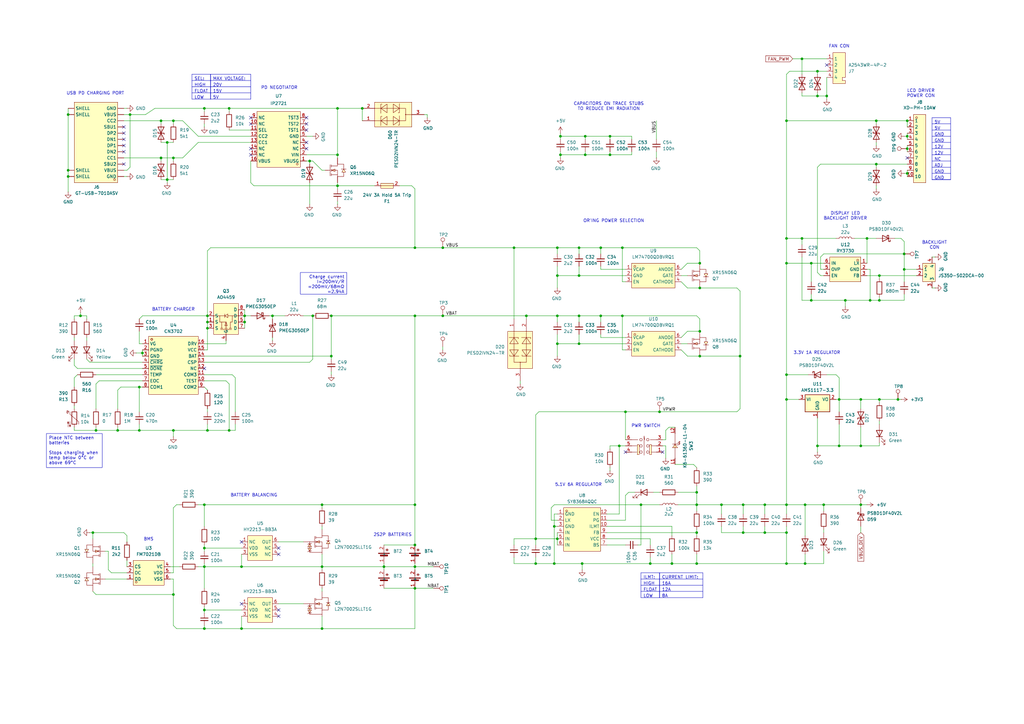
<source format=kicad_sch>
(kicad_sch (version 20250114) (generator "eeschema") (generator_version "9.0")
  (paper "A3")
  (text "2S2P BATTERIES" (at 161.036 219.456 0) (effects (font (size 1.27 1.27))))
  (text "DISPLAY LED\nBACKLIGHT DRIVER" (at 346.71 88.646 0) (effects (font (size 1.27 1.27))))
  (text "PWR SWITCH" (at 264.922 174.752 0) (effects (font (size 1.27 1.27))))
  (text "USB PD CHARGING PORT" (at 39.116 38.354 0) (effects (font (size 1.27 1.27))))
  (text "LCD DRIVER\nPOWER CON" (at 377.698 38.354 0) (effects (font (size 1.27 1.27))))
  (text "3.3V 1A REGULATOR" (at 335.026 144.78 0) (effects (font (size 1.27 1.27))))
  (text "CAPACITORS ON TRACE STUBS\nTO REDUCE EMI RADIATION" (at 249.682 43.688 0) (effects (font (size 1.27 1.27))))
  (text "5.1V 6A REGULATOR" (at 237.236 198.882 0) (effects (font (size 1.27 1.27))))
  (text "BATTERY BALANCING" (at 104.14 203.2 0) (effects (font (size 1.27 1.27))))
  (text "BMS" (at 60.96 221.234 0) (effects (font (size 1.27 1.27))))
  (text "FAN CON" (at 344.17 19.05 0) (effects (font (size 1.27 1.27))))
  (text "PD NEGOTIATOR" (at 114.554 36.068 0) (effects (font (size 1.27 1.27))))
  (text "BACKLIGHT\nCON" (at 383.286 100.584 0) (effects (font (size 1.27 1.27))))
  (text "BATTERY CHARGER" (at 71.12 127 0) (effects (font (size 1.27 1.27))))
  (text "OR'ING POWER SELECTION" (at 251.714 90.678 0) (effects (font (size 1.27 1.27))))
  (text_box "Place NTC between batteries\n\nStops charging when temp below 0°C or above 69°C" (at 19.05 177.8 0) (size 22.86 13.97) (margins 0.9525 0.9525 0.9525 0.9525) (effects (font (size 1.27 1.27)) (justify left top)))
  (text_box "Charge current \nI=200mV/R\n =200mV/68mΩ\n =2.94A" (at 123.19 111.76 0) (size 19.05 8.89) (margins 0.9525 0.9525 0.9525 0.9525) (effects (font (size 1.27 1.27)) (justify right top)))
  (junction (at 337.82 207.01))
  (junction (at 170.18 129.54))
  (junction (at 346.71 123.19))
  (junction (at 83.82 257.81))
  (junction (at 322.58 97.79))
  (junction (at 237.49 129.54))
  (junction (at 85.09 176.53))
  (junction (at 313.69 218.44))
  (junction (at 344.17 182.88))
  (junction (at 335.28 182.88))
  (junction (at 370.84 104.14))
  (junction (at 85.09 132.08))
  (junction (at 85.09 134.62))
  (junction (at 27.94 72.39))
  (junction (at 287.02 135.89))
  (junction (at 287.02 146.05))
  (junction (at 83.82 232.41))
  (junction (at 304.8 218.44))
  (junction (at 322.58 49.53))
  (junction (at 275.59 231.14))
  (junction (at 238.76 231.14))
  (junction (at 170.18 101.6))
  (junction (at 83.82 250.19))
  (junction (at 330.2 231.14))
  (junction (at 332.74 123.19))
  (junction (at 344.17 163.83))
  (junction (at 368.3 163.83))
  (junction (at 313.69 207.01))
  (junction (at 228.6 129.54))
  (junction (at 237.49 101.6))
  (junction (at 170.18 223.52))
  (junction (at 335.28 29.21))
  (junction (at 39.37 176.53))
  (junction (at 250.19 55.88))
  (junction (at 246.38 101.6))
  (junction (at 66.04 49.53))
  (junction (at 360.68 163.83))
  (junction (at 339.09 39.37))
  (junction (at 57.15 158.75))
  (junction (at 287.02 118.11))
  (junction (at 132.08 257.81))
  (junction (at 228.6 140.97))
  (junction (at 57.15 176.53))
  (junction (at 71.12 176.53))
  (junction (at 229.87 55.88))
  (junction (at 285.75 207.01))
  (junction (at 322.58 153.67))
  (junction (at 83.82 44.45))
  (junction (at 266.7 231.14))
  (junction (at 68.58 58.42))
  (junction (at 66.04 64.77))
  (junction (at 181.61 129.54))
  (junction (at 170.18 207.01))
  (junction (at 48.26 176.53))
  (junction (at 353.06 207.01))
  (junction (at 285.75 201.93))
  (junction (at 33.02 129.54))
  (junction (at 322.58 231.14))
  (junction (at 157.48 232.41))
  (junction (at 132.08 207.01))
  (junction (at 132.08 232.41))
  (junction (at 353.06 182.88))
  (junction (at 219.71 220.98))
  (junction (at 250.19 63.5))
  (junction (at 360.68 113.03))
  (junction (at 332.74 107.95))
  (junction (at 85.09 129.54))
  (junction (at 170.18 241.3))
  (junction (at 322.58 207.01))
  (junction (at 138.43 76.2))
  (junction (at 68.58 73.66))
  (junction (at 322.58 163.83))
  (junction (at 228.6 220.98))
  (junction (at 240.03 55.88))
  (junction (at 138.43 44.45))
  (junction (at 322.58 218.44))
  (junction (at 256.54 168.91))
  (junction (at 127 66.04))
  (junction (at 372.11 55.88))
  (junction (at 335.28 39.37))
  (junction (at 328.93 97.79))
  (junction (at 237.49 113.03))
  (junction (at 304.8 207.01))
  (junction (at 255.27 101.6))
  (junction (at 100.33 129.54))
  (junction (at 58.42 144.78))
  (junction (at 228.6 113.03))
  (junction (at 372.11 49.53))
  (junction (at 254 182.88))
  (junction (at 355.6 97.79))
  (junction (at 111.76 129.54))
  (junction (at 83.82 224.79))
  (junction (at 148.59 44.45))
  (junction (at 262.89 207.01))
  (junction (at 93.98 176.53))
  (junction (at 210.82 101.6))
  (junction (at 27.94 69.85))
  (junction (at 53.34 46.99))
  (junction (at 360.68 123.19))
  (junction (at 295.91 207.01))
  (junction (at 71.12 243.84))
  (junction (at 229.87 63.5))
  (junction (at 99.06 257.81))
  (junction (at 71.12 64.77))
  (junction (at 128.27 129.54))
  (junction (at 370.84 110.49))
  (junction (at 330.2 207.01))
  (junction (at 287.02 107.95))
  (junction (at 138.43 63.5))
  (junction (at 303.53 146.05))
  (junction (at 353.06 163.83))
  (junction (at 246.38 129.54))
  (junction (at 170.18 232.41))
  (junction (at 135.89 129.54))
  (junction (at 359.41 49.53))
  (junction (at 219.71 231.14))
  (junction (at 255.27 129.54))
  (junction (at 71.12 49.53))
  (junction (at 356.87 123.19))
  (junction (at 285.75 231.14))
  (junction (at 322.58 107.95))
  (junction (at 227.33 231.14))
  (junction (at 328.93 24.13))
  (junction (at 359.41 67.31))
  (junction (at 215.9 129.54))
  (junction (at 285.75 218.44))
  (junction (at 99.06 232.41))
  (junction (at 227.33 215.9))
  (junction (at 270.51 168.91))
  (junction (at 100.33 132.08))
  (junction (at 38.1 218.44))
  (junction (at 237.49 140.97))
  (junction (at 240.03 63.5))
  (junction (at 181.61 101.6))
  (junction (at 93.98 44.45))
  (junction (at 372.11 71.12))
  (junction (at 27.94 46.99))
  (junction (at 83.82 207.01))
  (junction (at 228.6 101.6))
  (junction (at 372.11 60.96))
  (junction (at 135.89 146.05))
  (no_connect (at 271.78 185.42))
  (no_connect (at 125.73 50.8))
  (no_connect (at 256.54 185.42))
  (no_connect (at 114.3 252.73))
  (no_connect (at 50.8 62.23))
  (no_connect (at 83.82 151.13))
  (no_connect (at 372.11 64.77))
  (no_connect (at 102.87 48.26))
  (no_connect (at 99.06 247.65))
  (no_connect (at 50.8 54.61))
  (no_connect (at 50.8 52.07))
  (no_connect (at 50.8 67.31))
  (no_connect (at 114.3 224.79))
  (no_connect (at 50.8 57.15))
  (no_connect (at 114.3 227.33))
  (no_connect (at 125.73 60.96))
  (no_connect (at 125.73 53.34))
  (no_connect (at 114.3 250.19))
  (no_connect (at 125.73 58.42))
  (no_connect (at 339.09 26.67))
  (no_connect (at 99.06 222.25))
  (no_connect (at 102.87 60.96))
  (no_connect (at 102.87 63.5))
  (no_connect (at 125.73 48.26))
  (no_connect (at 50.8 59.69))
  (no_connect (at 102.87 50.8))
  (wire (pts (xy 274.32 175.26) (xy 276.86 175.26)))
  (wire (pts (xy 99.06 227.33) (xy 99.06 232.41)))
  (wire (pts (xy 72.39 257.81) (xy 71.12 256.54)))
  (wire (pts (xy 57.15 176.53) (xy 71.12 176.53)))
  (wire (pts (xy 100.33 129.54) (xy 100.33 132.08)))
  (wire (pts (xy 369.57 163.83) (xy 368.3 163.83)))
  (wire (pts (xy 40.64 156.21) (xy 58.42 156.21)))
  (wire (pts (xy 132.08 252.73) (xy 132.08 257.81)))
  (wire (pts (xy 227.33 207.01) (xy 262.89 207.01)))
  (wire (pts (xy 360.68 123.19) (xy 360.68 121.92)))
  (wire (pts (xy 27.94 72.39) (xy 27.94 78.74)))
  (wire (pts (xy 63.5 44.45) (xy 83.82 44.45)))
  (wire (pts (xy 336.55 110.49) (xy 336.55 105.41)))
  (wire (pts (xy 304.8 218.44) (xy 295.91 218.44)))
  (wire (pts (xy 228.6 129.54) (xy 228.6 132.08)))
  (wire (pts (xy 337.82 217.17) (xy 337.82 218.44)))
  (wire (pts (xy 220.98 168.91) (xy 256.54 168.91)))
  (wire (pts (xy 92.71 156.21) (xy 93.98 157.48)))
  (wire (pts (xy 344.17 182.88) (xy 353.06 182.88)))
  (wire (pts (xy 228.6 140.97) (xy 237.49 140.97)))
  (wire (pts (xy 50.8 46.99) (xy 53.34 46.99)))
  (wire (pts (xy 328.93 97.79) (xy 328.93 100.33)))
  (wire (pts (xy 66.04 49.53) (xy 71.12 49.53)))
  (wire (pts (xy 359.41 58.42) (xy 359.41 59.69)))
  (wire (pts (xy 332.74 107.95) (xy 332.74 115.57)))
  (wire (pts (xy 368.3 163.83) (xy 360.68 163.83)))
  (wire (pts (xy 295.91 207.01) (xy 304.8 207.01)))
  (wire (pts (xy 360.68 113.03) (xy 360.68 114.3)))
  (wire (pts (xy 57.15 135.89) (xy 57.15 140.97)))
  (wire (pts (xy 30.48 138.43) (xy 30.48 139.7)))
  (wire (pts (xy 266.7 231.14) (xy 275.59 231.14)))
  (wire (pts (xy 285.75 201.93) (xy 285.75 207.01)))
  (wire (pts (xy 83.82 50.8) (xy 83.82 52.07)))
  (wire (pts (xy 219.71 170.18) (xy 219.71 220.98)))
  (wire (pts (xy 31.75 151.13) (xy 30.48 149.86)))
  (wire (pts (xy 30.48 129.54) (xy 30.48 130.81)))
  (wire (pts (xy 337.82 207.01) (xy 353.06 207.01)))
  (wire (pts (xy 275.59 215.9) (xy 275.59 219.71)))
  (wire (pts (xy 335.28 171.45) (xy 335.28 182.88)))
  (wire (pts (xy 342.9 153.67) (xy 344.17 154.94)))
  (wire (pts (xy 237.49 137.16) (xy 237.49 140.97)))
  (wire (pts (xy 256.54 203.2) (xy 256.54 213.36)))
  (wire (pts (xy 57.15 130.81) (xy 58.42 129.54)))
  (wire (pts (xy 372.11 59.69) (xy 372.11 60.96)))
  (wire (pts (xy 35.56 138.43) (xy 35.56 139.7)))
  (wire (pts (xy 339.09 39.37) (xy 335.28 39.37)))
  (wire (pts (xy 83.82 146.05) (xy 135.89 146.05)))
  (wire (pts (xy 355.6 110.49) (xy 356.87 110.49)))
  (wire (pts (xy 370.84 104.14) (xy 370.84 110.49)))
  (wire (pts (xy 285.75 217.17) (xy 285.75 218.44)))
  (wire (pts (xy 266.7 228.6) (xy 266.7 231.14)))
  (wire (pts (xy 255.27 101.6) (xy 255.27 115.57)))
  (wire (pts (xy 250.19 62.23) (xy 250.19 63.5)))
  (wire (pts (xy 303.53 146.05) (xy 303.53 167.64)))
  (wire (pts (xy 262.89 207.01) (xy 270.51 207.01)))
  (wire (pts (xy 257.81 201.93) (xy 256.54 203.2)))
  (wire (pts (xy 114.3 247.65) (xy 124.46 247.65)))
  (wire (pts (xy 68.58 58.42) (xy 71.12 58.42)))
  (wire (pts (xy 271.78 180.34) (xy 273.05 180.34)))
  (wire (pts (xy 254 182.88) (xy 256.54 182.88)))
  (wire (pts (xy 38.1 218.44) (xy 38.1 220.98)))
  (wire (pts (xy 210.82 220.98) (xy 219.71 220.98)))
  (wire (pts (xy 238.76 231.14) (xy 238.76 233.68)))
  (wire (pts (xy 39.37 243.84) (xy 71.12 243.84)))
  (wire (pts (xy 336.55 113.03) (xy 337.82 113.03)))
  (wire (pts (xy 66.04 58.42) (xy 68.58 58.42)))
  (wire (pts (xy 359.41 76.2) (xy 359.41 77.47)))
  (wire (pts (xy 33.02 128.27) (xy 33.02 129.54)))
  (wire (pts (xy 330.2 227.33) (xy 330.2 231.14)))
  (wire (pts (xy 279.4 115.57) (xy 281.94 118.11)))
  (wire (pts (xy 353.06 207.01) (xy 355.6 207.01)))
  (wire (pts (xy 92.71 139.7) (xy 92.71 140.97)))
  (wire (pts (xy 104.14 76.2) (xy 102.87 74.93)))
  (wire (pts (xy 255.27 115.57) (xy 256.54 115.57)))
  (wire (pts (xy 328.93 105.41) (xy 328.93 123.19)))
  (wire (pts (xy 355.6 113.03) (xy 360.68 113.03)))
  (wire (pts (xy 50.8 69.85) (xy 52.07 69.85)))
  (wire (pts (xy 256.54 168.91) (xy 256.54 180.34)))
  (wire (pts (xy 322.58 231.14) (xy 330.2 231.14)))
  (wire (pts (xy 72.39 207.01) (xy 73.66 207.01)))
  (wire (pts (xy 322.58 97.79) (xy 328.93 97.79)))
  (wire (pts (xy 226.06 213.36) (xy 228.6 213.36)))
  (wire (pts (xy 372.11 55.88) (xy 372.11 57.15)))
  (wire (pts (xy 279.4 113.03) (xy 281.94 113.03)))
  (wire (pts (xy 355.6 97.79) (xy 355.6 107.95)))
  (wire (pts (xy 132.08 207.01) (xy 170.18 207.01)))
  (wire (pts (xy 228.6 113.03) (xy 237.49 113.03)))
  (wire (pts (xy 219.71 231.14) (xy 227.33 231.14)))
  (wire (pts (xy 85.09 129.54) (xy 85.09 132.08)))
  (wire (pts (xy 370.84 71.12) (xy 372.11 71.12)))
  (wire (pts (xy 248.92 220.98) (xy 266.7 220.98)))
  (wire (pts (xy 285.75 191.77) (xy 284.48 190.5)))
  (wire (pts (xy 104.14 76.2) (xy 138.43 76.2)))
  (wire (pts (xy 295.91 207.01) (xy 295.91 210.82)))
  (wire (pts (xy 30.48 129.54) (xy 33.02 129.54)))
  (wire (pts (xy 116.84 129.54) (xy 111.76 129.54)))
  (wire (pts (xy 58.42 144.78) (xy 58.42 146.05)))
  (wire (pts (xy 275.59 227.33) (xy 275.59 231.14)))
  (wire (pts (xy 83.82 232.41) (xy 83.82 241.3)))
  (wire (pts (xy 339.09 153.67) (xy 342.9 153.67)))
  (wire (pts (xy 304.8 207.01) (xy 304.8 210.82)))
  (wire (pts (xy 313.69 218.44) (xy 322.58 218.44)))
  (wire (pts (xy 353.06 218.44) (xy 353.06 215.9)))
  (wire (pts (xy 39.37 175.26) (xy 39.37 176.53)))
  (wire (pts (xy 210.82 101.6) (xy 210.82 130.81)))
  (wire (pts (xy 132.08 69.85) (xy 128.27 66.04)))
  (wire (pts (xy 346.71 123.19) (xy 356.87 123.19)))
  (wire (pts (xy 322.58 218.44) (xy 322.58 231.14)))
  (wire (pts (xy 285.75 231.14) (xy 322.58 231.14)))
  (wire (pts (xy 240.03 55.88) (xy 240.03 57.15)))
  (wire (pts (xy 228.6 113.03) (xy 228.6 118.11)))
  (wire (pts (xy 30.48 154.94) (xy 30.48 158.75)))
  (wire (pts (xy 71.12 237.49) (xy 69.85 237.49)))
  (wire (pts (xy 157.48 232.41) (xy 157.48 233.68)))
  (wire (pts (xy 228.6 218.44) (xy 228.6 220.98)))
  (wire (pts (xy 83.82 257.81) (xy 72.39 257.81)))
  (wire (pts (xy 170.18 101.6) (xy 181.61 101.6)))
  (wire (pts (xy 43.18 237.49) (xy 52.07 237.49)))
  (wire (pts (xy 85.09 176.53) (xy 93.98 176.53)))
  (wire (pts (xy 210.82 220.98) (xy 210.82 223.52)))
  (wire (pts (xy 170.18 241.3) (xy 157.48 241.3)))
  (wire (pts (xy 148.59 44.45) (xy 148.59 49.53)))
  (wire (pts (xy 168.91 76.2) (xy 170.18 77.47)))
  (wire (pts (xy 132.08 69.85) (xy 133.35 69.85)))
  (wire (pts (xy 335.28 182.88) (xy 344.17 182.88)))
  (wire (pts (xy 58.42 143.51) (xy 58.42 144.78)))
  (wire (pts (xy 322.58 30.48) (xy 322.58 49.53)))
  (wire (pts (xy 287.02 130.81) (xy 287.02 135.89)))
  (wire (pts (xy 57.15 173.99) (xy 57.15 176.53)))
  (wire (pts (xy 85.09 102.87) (xy 85.09 129.54)))
  (wire (pts (xy 322.58 207.01) (xy 330.2 207.01)))
  (wire (pts (xy 322.58 49.53) (xy 359.41 49.53)))
  (wire (pts (xy 325.12 24.13) (xy 328.93 24.13)))
  (wire (pts (xy 83.82 44.45) (xy 93.98 44.45)))
  (wire (pts (xy 336.55 110.49) (xy 337.82 110.49)))
  (wire (pts (xy 237.49 101.6) (xy 246.38 101.6)))
  (wire (pts (xy 266.7 220.98) (xy 266.7 223.52)))
  (wire (pts (xy 360.68 113.03) (xy 375.92 113.03)))
  (wire (pts (xy 30.48 176.53) (xy 30.48 175.26)))
  (wire (pts (xy 281.94 118.11) (xy 287.02 118.11)))
  (wire (pts (xy 353.06 163.83) (xy 353.06 167.64)))
  (wire (pts (xy 344.17 154.94) (xy 344.17 163.83)))
  (wire (pts (xy 83.82 250.19) (xy 99.06 250.19)))
  (wire (pts (xy 111.76 129.54) (xy 111.76 130.81)))
  (wire (pts (xy 66.04 49.53) (xy 66.04 50.8)))
  (wire (pts (xy 279.4 138.43) (xy 281.94 135.89)))
  (wire (pts (xy 93.98 44.45) (xy 138.43 44.45)))
  (wire (pts (xy 181.61 101.6) (xy 210.82 101.6)))
  (wire (pts (xy 229.87 54.61) (xy 229.87 55.88)))
  (wire (pts (xy 322.58 30.48) (xy 323.85 29.21)))
  (wire (pts (xy 337.82 226.06) (xy 337.82 231.14)))
  (wire (pts (xy 229.87 63.5) (xy 240.03 63.5)))
  (wire (pts (xy 157.48 232.41) (xy 170.18 232.41)))
  (wire (pts (xy 48.26 175.26) (xy 48.26 176.53)))
  (wire (pts (xy 71.12 176.53) (xy 85.09 176.53)))
  (wire (pts (xy 328.93 97.79) (xy 342.9 97.79)))
  (wire (pts (xy 246.38 129.54) (xy 255.27 129.54)))
  (wire (pts (xy 328.93 39.37) (xy 335.28 39.37)))
  (wire (pts (xy 372.11 67.31) (xy 359.41 67.31)))
  (wire (pts (xy 45.72 234.95) (xy 52.07 234.95)))
  (wire (pts (xy 255.27 129.54) (xy 285.75 129.54)))
  (wire (pts (xy 170.18 231.14) (xy 170.18 232.41)))
  (wire (pts (xy 69.85 232.41) (xy 73.66 232.41)))
  (wire (pts (xy 370.84 110.49) (xy 375.92 110.49)))
  (wire (pts (xy 49.53 158.75) (xy 57.15 158.75)))
  (wire (pts (xy 170.18 232.41) (xy 170.18 233.68)))
  (wire (pts (xy 128.27 66.04) (xy 127 66.04)))
  (wire (pts (xy 336.55 67.31) (xy 335.28 68.58)))
  (wire (pts (xy 303.53 119.38) (xy 303.53 146.05)))
  (wire (pts (xy 295.91 215.9) (xy 295.91 218.44)))
  (wire (pts (xy 66.04 64.77) (xy 66.04 66.04)))
  (wire (pts (xy 259.08 62.23) (xy 259.08 63.5)))
  (wire (pts (xy 111.76 138.43) (xy 111.76 139.7)))
  (wire (pts (xy 287.02 146.05) (xy 303.53 146.05)))
  (wire (pts (xy 215.9 129.54) (xy 228.6 129.54)))
  (wire (pts (xy 125.73 63.5) (xy 138.43 63.5)))
  (wire (pts (xy 128.27 129.54) (xy 128.27 147.32)))
  (wire (pts (xy 125.73 66.04) (xy 127 66.04)))
  (wire (pts (xy 50.8 64.77) (xy 66.04 64.77)))
  (wire (pts (xy 83.82 207.01) (xy 83.82 215.9)))
  (wire (pts (xy 285.75 207.01) (xy 295.91 207.01)))
  (wire (pts (xy 267.97 201.93) (xy 270.51 201.93)))
  (wire (pts (xy 227.33 210.82) (xy 228.6 210.82)))
  (wire (pts (xy 127 148.59) (xy 128.27 147.32)))
  (wire (pts (xy 219.71 170.18) (xy 220.98 168.91)))
  (wire (pts (xy 135.89 152.4) (xy 135.89 153.67)))
  (wire (pts (xy 335.28 29.21) (xy 339.09 29.21)))
  (wire (pts (xy 237.49 109.22) (xy 237.49 113.03)))
  (wire (pts (xy 238.76 231.14) (xy 266.7 231.14)))
  (wire (pts (xy 132.08 215.9) (xy 132.08 217.17)))
  (wire (pts (xy 339.09 31.75) (xy 339.09 39.37)))
  (wire (pts (xy 382.27 118.11) (xy 383.54 118.11)))
  (wire (pts (xy 254 182.88) (xy 254 210.82)))
  (wire (pts (xy 138.43 44.45) (xy 138.43 63.5)))
  (wire (pts (xy 138.43 63.5) (xy 138.43 64.77)))
  (wire (pts (xy 215.9 129.54) (xy 215.9 130.81)))
  (wire (pts (xy 322.58 153.67) (xy 322.58 163.83)))
  (wire (pts (xy 302.26 118.11) (xy 303.53 119.38)))
  (wire (pts (xy 71.12 208.28) (xy 72.39 207.01)))
  (wire (pts (xy 35.56 147.32) (xy 36.83 148.59)))
  (wire (pts (xy 39.37 157.48) (xy 39.37 167.64)))
  (wire (pts (xy 250.19 191.77) (xy 250.19 193.04)))
  (wire (pts (xy 370.84 104.14) (xy 370.84 99.06)))
  (wire (pts (xy 55.88 144.78) (xy 58.42 144.78)))
  (wire (pts (xy 322.58 163.83) (xy 322.58 207.01)))
  (wire (pts (xy 66.04 64.77) (xy 71.12 64.77)))
  (wire (pts (xy 83.82 226.06) (xy 83.82 224.79)))
  (wire (pts (xy 83.82 44.45) (xy 83.82 45.72)))
  (wire (pts (xy 102.87 66.04) (xy 102.87 74.93)))
  (wire (pts (xy 259.08 55.88) (xy 259.08 57.15)))
  (wire (pts (xy 135.89 129.54) (xy 170.18 129.54)))
  (wire (pts (xy 30.48 147.32) (xy 30.48 149.86)))
  (wire (pts (xy 138.43 76.2) (xy 153.67 76.2)))
  (wire (pts (xy 229.87 55.88) (xy 229.87 57.15)))
  (wire (pts (xy 281.94 146.05) (xy 287.02 146.05)))
  (wire (pts (xy 81.28 232.41) (xy 83.82 232.41)))
  (wire (pts (xy 328.93 24.13) (xy 328.93 30.48)))
  (wire (pts (xy 360.68 181.61) (xy 360.68 182.88)))
  (wire (pts (xy 330.2 231.14) (xy 337.82 231.14)))
  (wire (pts (xy 372.11 71.12) (xy 372.11 72.39)))
  (wire (pts (xy 313.69 215.9) (xy 313.69 218.44)))
  (wire (pts (xy 346.71 123.19) (xy 346.71 125.73)))
  (wire (pts (xy 248.92 213.36) (xy 256.54 213.36)))
  (wire (pts (xy 372.11 60.96) (xy 372.11 62.23)))
  (wire (pts (xy 83.82 257.81) (xy 99.06 257.81)))
  (wire (pts (xy 52.07 44.45) (xy 50.8 44.45)))
  (wire (pts (xy 219.71 220.98) (xy 228.6 220.98)))
  (wire (pts (xy 83.82 140.97) (xy 92.71 140.97)))
  (wire (pts (xy 52.07 69.85) (xy 53.34 68.58)))
  (wire (pts (xy 74.93 64.77) (xy 81.28 58.42)))
  (wire (pts (xy 370.84 120.65) (xy 370.84 123.19)))
  (wire (pts (xy 250.19 63.5) (xy 259.08 63.5)))
  (wire (pts (xy 257.81 201.93) (xy 260.35 201.93)))
  (wire (pts (xy 370.84 99.06) (xy 369.57 97.79)))
  (wire (pts (xy 219.71 220.98) (xy 219.71 223.52)))
  (wire (pts (xy 335.28 68.58) (xy 335.28 111.76)))
  (wire (pts (xy 173.99 46.99) (xy 175.26 46.99)))
  (wire (pts (xy 43.18 226.06) (xy 44.45 226.06)))
  (wire (pts (xy 39.37 176.53) (xy 48.26 176.53)))
  (wire (pts (xy 81.28 207.01) (xy 83.82 207.01)))
  (wire (pts (xy 85.09 160.02) (xy 83.82 158.75)))
  (wire (pts (xy 370.84 55.88) (xy 372.11 55.88)))
  (wire (pts (xy 250.19 55.88) (xy 250.19 57.15)))
  (wire (pts (xy 226.06 208.28) (xy 227.33 207.01)))
  (wire (pts (xy 48.26 176.53) (xy 57.15 176.53)))
  (wire (pts (xy 353.06 163.83) (xy 360.68 163.83)))
  (wire (pts (xy 83.82 156.21) (xy 92.71 156.21)))
  (wire (pts (xy 322.58 107.95) (xy 322.58 153.67)))
  (wire (pts (xy 281.94 107.95) (xy 287.02 107.95)))
  (wire (pts (xy 337.82 104.14) (xy 370.84 104.14)))
  (wire (pts (xy 360.68 163.83) (xy 360.68 165.1)))
  (wire (pts (xy 322.58 107.95) (xy 332.74 107.95)))
  (wire (pts (xy 57.15 140.97) (xy 58.42 140.97)))
  (wire (pts (xy 353.06 182.88) (xy 360.68 182.88)))
  (wire (pts (xy 71.12 208.28) (xy 71.12 234.95)))
  (wire (pts (xy 63.5 44.45) (xy 59.69 46.99)))
  (wire (pts (xy 330.2 207.01) (xy 330.2 219.71)))
  (wire (pts (xy 68.58 74.93) (xy 68.58 73.66)))
  (wire (pts (xy 227.33 210.82) (xy 227.33 215.9)))
  (wire (pts (xy 132.08 257.81) (xy 170.18 257.81)))
  (wire (pts (xy 250.19 55.88) (xy 259.08 55.88)))
  (wire (pts (xy 256.54 168.91) (xy 270.51 168.91)))
  (wire (pts (xy 81.28 55.88) (xy 102.87 55.88)))
  (wire (pts (xy 99.06 257.81) (xy 132.08 257.81)))
  (wire (pts (xy 372.11 69.85) (xy 372.11 71.12)))
  (wire (pts (xy 237.49 140.97) (xy 256.54 140.97)))
  (wire (pts (xy 71.12 64.77) (xy 74.93 64.77)))
  (wire (pts (xy 66.04 73.66) (xy 68.58 73.66)))
  (wire (pts (xy 85.09 173.99) (xy 85.09 176.53)))
  (wire (pts (xy 38.1 242.57) (xy 39.37 243.84)))
  (wire (pts (xy 330.2 207.01) (xy 337.82 207.01)))
  (wire (pts (xy 355.6 97.79) (xy 359.41 97.79)))
  (wire (pts (xy 39.37 157.48) (xy 40.64 156.21)))
  (wire (pts (xy 285.75 218.44) (xy 285.75 219.71)))
  (wire (pts (xy 382.27 105.41) (xy 383.54 105.41)))
  (wire (pts (xy 279.4 143.51) (xy 281.94 146.05)))
  (wire (pts (xy 237.49 101.6) (xy 237.49 104.14)))
  (wire (pts (xy 337.82 207.01) (xy 337.82 209.55)))
  (wire (pts (xy 359.41 49.53) (xy 359.41 50.8)))
  (wire (pts (xy 372.11 54.61) (xy 372.11 55.88)))
  (wire (pts (xy 36.83 148.59) (xy 58.42 148.59)))
  (wire (pts (xy 246.38 101.6) (xy 255.27 101.6)))
  (wire (pts (xy 210.82 231.14) (xy 219.71 231.14)))
  (wire (pts (xy 255.27 129.54) (xy 255.27 143.51)))
  (wire (pts (xy 219.71 228.6) (xy 219.71 231.14)))
  (wire (pts (xy 248.92 223.52) (xy 256.54 223.52)))
  (wire (pts (xy 96.52 154.94) (xy 95.25 153.67)))
  (wire (pts (xy 322.58 49.53) (xy 322.58 97.79)))
  (wire (pts (xy 127 74.93) (xy 127 83.82)))
  (wire (pts (xy 269.24 62.23) (xy 269.24 64.77)))
  (wire (pts (xy 181.61 142.24) (xy 181.61 143.51)))
  (wire (pts (xy 69.85 234.95) (xy 71.12 234.95)))
  (wire (pts (xy 372.11 49.53) (xy 372.11 52.07)))
  (wire (pts (xy 322.58 153.67) (xy 331.47 153.67)))
  (wire (pts (xy 93.98 157.48) (xy 93.98 176.53)))
  (wire (pts (xy 269.24 49.53) (xy 269.24 57.15)))
  (wire (pts (xy 278.13 201.93) (xy 285.75 201.93)))
  (wire (pts (xy 99.06 252.73) (xy 99.06 257.81)))
  (wire (pts (xy 356.87 110.49) (xy 356.87 123.19)))
  (wire (pts (xy 53.34 46.99) (xy 59.69 46.99)))
  (wire (pts (xy 138.43 76.2) (xy 138.43 77.47)))
  (wire (pts (xy 83.82 207.01) (xy 132.08 207.01)))
  (wire (pts (xy 52.07 229.87) (xy 52.07 232.41)))
  (wire (pts (xy 335.28 29.21) (xy 335.28 30.48)))
  (wire (pts (xy 44.45 226.06) (xy 44.45 233.68)))
  (wire (pts (xy 125.73 55.88) (xy 128.27 55.88)))
  (wire (pts (xy 31.75 153.67) (xy 30.48 154.94)))
  (wire (pts (xy 227.33 215.9) (xy 228.6 215.9)))
  (wire (pts (xy 227.33 215.9) (xy 227.33 231.14)))
  (wire (pts (xy 138.43 82.55) (xy 138.43 83.82)))
  (wire (pts (xy 83.82 256.54) (xy 83.82 257.81)))
  (wire (pts (xy 86.36 101.6) (xy 85.09 102.87)))
  (wire (pts (xy 237.49 129.54) (xy 237.49 132.08)))
  (wire (pts (xy 57.15 158.75) (xy 58.42 158.75)))
  (wire (pts (xy 353.06 175.26) (xy 353.06 182.88)))
  (wire (pts (xy 27.94 46.99) (xy 27.94 69.85)))
  (wire (pts (xy 71.12 243.84) (xy 71.12 256.54)))
  (wire (pts (xy 83.82 231.14) (xy 83.82 232.41)))
  (wire (pts (xy 262.89 207.01) (xy 262.89 223.52)))
  (wire (pts (xy 328.93 24.13) (xy 339.09 24.13)))
  (wire (pts (xy 323.85 29.21) (xy 335.28 29.21)))
  (wire (pts (xy 68.58 58.42) (xy 68.58 73.66)))
  (wire (pts (xy 322.58 215.9) (xy 322.58 218.44)))
  (wire (pts (xy 99.06 232.41) (xy 132.08 232.41)))
  (wire (pts (xy 71.12 66.04) (xy 71.12 64.77)))
  (wire (pts (xy 248.92 210.82) (xy 254 210.82)))
  (wire (pts (xy 71.12 176.53) (xy 71.12 179.07)))
  (wire (pts (xy 170.18 241.3) (xy 170.18 257.81)))
  (wire (pts (xy 85.09 132.08) (xy 85.09 134.62)))
  (wire (pts (xy 52.07 72.39) (xy 50.8 72.39)))
  (wire (pts (xy 246.38 138.43) (xy 256.54 138.43)))
  (wire (pts (xy 246.38 109.22) (xy 246.38 110.49)))
  (wire (pts (xy 353.06 207.01) (xy 353.06 208.28)))
  (wire (pts (xy 210.82 228.6) (xy 210.82 231.14)))
  (wire (pts (xy 83.82 224.79) (xy 99.06 224.79)))
  (wire (pts (xy 170.18 129.54) (xy 170.18 207.01)))
  (wire (pts (xy 228.6 220.98) (xy 228.6 223.52)))
  (wire (pts (xy 170.18 207.01) (xy 170.18 223.52)))
  (wire (pts (xy 86.36 101.6) (xy 170.18 101.6)))
  (wire (pts (xy 50.8 218.44) (xy 52.07 219.71)))
  (wire (pts (xy 81.28 58.42) (xy 102.87 58.42)))
  (wire (pts (xy 71.12 50.8) (xy 71.12 49.53)))
  (wire (pts (xy 138.43 76.2) (xy 138.43 74.93)))
  (wire (pts (xy 335.28 38.1) (xy 335.28 39.37)))
  (wire (pts (xy 170.18 129.54) (xy 181.61 129.54)))
  (wire (pts (xy 57.15 158.75) (xy 57.15 168.91)))
  (wire (pts (xy 93.98 176.53) (xy 96.52 176.53)))
  (wire (pts (xy 71.12 49.53) (xy 74.93 49.53)))
  (wire (pts (xy 124.46 129.54) (xy 128.27 129.54)))
  (wire (pts (xy 313.69 207.01) (xy 322.58 207.01)))
  (wire (pts (xy 228.6 129.54) (xy 237.49 129.54)))
  (wire (pts (xy 250.19 182.88) (xy 254 182.88)))
  (wire (pts (xy 226.06 208.28) (xy 226.06 213.36)))
  (wire (pts (xy 322.58 163.83) (xy 327.66 163.83)))
  (wire (pts (xy 93.98 44.45) (xy 93.98 45.72)))
  (wire (pts (xy 53.34 46.99) (xy 53.34 68.58)))
  (wire (pts (xy 83.82 143.51) (xy 85.09 143.51)))
  (wire (pts (xy 227.33 231.14) (xy 238.76 231.14)))
  (wire (pts (xy 255.27 143.51) (xy 256.54 143.51)))
  (wire (pts (xy 228.6 137.16) (xy 228.6 140.97)))
  (wire (pts (xy 313.69 218.44) (xy 304.8 218.44)))
  (wire (pts (xy 328.93 123.19) (xy 332.74 123.19)))
  (wire (pts (xy 240.03 62.23) (xy 240.03 63.5)))
  (wire (pts (xy 58.42 151.13) (xy 31.75 151.13)))
  (wire (pts (xy 83.82 248.92) (xy 83.82 250.19)))
  (wire (pts (xy 250.19 182.88) (xy 250.19 184.15)))
  (wire (pts (xy 132.08 232.41) (xy 157.48 232.41)))
  (wire (pts (xy 246.38 110.49) (xy 256.54 110.49)))
  (wire (pts (xy 285.75 129.54) (xy 287.02 130.81)))
  (wire (pts (xy 135.89 129.54) (xy 135.89 146.05)))
  (wire (pts (xy 110.49 129.54) (xy 111.76 129.54)))
  (wire (pts (xy 229.87 55.88) (xy 240.03 55.88)))
  (wire (pts (xy 246.38 129.54) (xy 246.38 132.08)))
  (wire (pts (xy 273.05 182.88) (xy 273.05 187.96)))
  (wire (pts (xy 281.94 135.89) (xy 287.02 135.89)))
  (wire (pts (xy 132.08 207.01) (xy 132.08 208.28)))
  (wire (pts (xy 328.93 38.1) (xy 328.93 39.37)))
  (wire (pts (xy 38.1 232.41) (xy 38.1 231.14)))
  (wire (pts (xy 135.89 146.05) (xy 135.89 147.32)))
  (wire (pts (xy 271.78 182.88) (xy 273.05 182.88)))
  (wire (pts (xy 30.48 176.53) (xy 39.37 176.53)))
  (wire (pts (xy 71.12 237.49) (xy 71.12 243.84)))
  (wire (pts (xy 262.89 223.52) (xy 261.62 223.52)))
  (wire (pts (xy 93.98 53.34) (xy 102.87 53.34)))
  (wire (pts (xy 273.05 176.53) (xy 273.05 180.34)))
  (wire (pts (xy 68.58 73.66) (xy 71.12 73.66)))
  (wire (pts (xy 210.82 101.6) (xy 228.6 101.6)))
  (wire (pts (xy 27.94 46.99) (xy 27.94 44.45)))
  (wire (pts (xy 240.03 63.5) (xy 250.19 63.5)))
  (wire (pts (xy 278.13 207.01) (xy 285.75 207.01)))
  (wire (pts (xy 237.49 113.03) (xy 256.54 113.03)))
  (wire (pts (xy 30.48 166.37) (xy 30.48 167.64)))
  (wire (pts (xy 181.61 129.54) (xy 215.9 129.54)))
  (wire (pts (xy 274.32 175.26) (xy 273.05 176.53)))
  (wire (pts (xy 279.4 140.97) (xy 281.94 140.97)))
  (wire (pts (xy 336.55 105.41) (xy 337.82 104.14)))
  (wire (pts (xy 83.82 250.19) (xy 83.82 251.46)))
  (wire (pts (xy 287.02 102.87) (xy 287.02 107.95)))
  (wire (pts (xy 304.8 207.01) (xy 313.69 207.01)))
  (wire (pts (xy 240.03 55.88) (xy 250.19 55.88)))
  (wire (pts (xy 102.87 129.54) (xy 100.33 129.54)))
  (wire (pts (xy 39.37 153.67) (xy 58.42 153.67)))
  (wire (pts (xy 302.26 168.91) (xy 303.53 167.64)))
  (wire (pts (xy 85.09 167.64) (xy 85.09 168.91)))
  (wire (pts (xy 170.18 77.47) (xy 170.18 101.6)))
  (wire (pts (xy 52.07 219.71) (xy 52.07 222.25)))
  (wire (pts (xy 228.6 101.6) (xy 237.49 101.6)))
  (wire (pts (xy 322.58 97.79) (xy 322.58 107.95)))
  (wire (pts (xy 83.82 153.67) (xy 95.25 153.67)))
  (wire (pts (xy 304.8 215.9) (xy 304.8 218.44)))
  (wire (pts (xy 332.74 107.95) (xy 337.82 107.95)))
  (wire (pts (xy 248.92 215.9) (xy 275.59 215.9)))
  (wire (pts (xy 27.94 69.85) (xy 27.94 72.39)))
  (wire (pts (xy 229.87 62.23) (xy 229.87 63.5)))
  (wire (pts (xy 228.6 109.22) (xy 228.6 113.03)))
  (wire (pts (xy 372.11 49.53) (xy 359.41 49.53)))
  (wire (pts (xy 38.1 218.44) (xy 50.8 218.44)))
  (wire (pts (xy 276.86 190.5) (xy 284.48 190.5)))
  (wire (pts (xy 339.09 39.37) (xy 339.09 40.64)))
  (wire (pts (xy 332.74 123.19) (xy 346.71 123.19)))
  (wire (pts (xy 356.87 123.19) (xy 360.68 123.19)))
  (wire (pts (xy 335.28 182.88) (xy 335.28 185.42)))
  (wire (pts (xy 100.33 132.08) (xy 100.33 134.62)))
  (wire (pts (xy 246.38 137.16) (xy 246.38 138.43)))
  (wire (pts (xy 350.52 97.79) (xy 355.6 97.79)))
  (wire (pts (xy 229.87 63.5) (xy 229.87 64.77)))
  (wire (pts (xy 344.17 163.83) (xy 353.06 163.83)))
  (wire (pts (xy 342.9 163.83) (xy 344.17 163.83)))
  (wire (pts (xy 132.08 227.33) (xy 132.08 232.41)))
  (wire (pts (xy 45.72 234.95) (xy 44.45 233.68)))
  (wire (pts (xy 33.02 129.54) (xy 35.56 129.54)))
  (wire (pts (xy 285.75 199.39) (xy 285.75 201.93)))
  (wire (pts (xy 83.82 232.41) (xy 99.06 232.41)))
  (wire (pts (xy 359.41 67.31) (xy 336.55 67.31)))
  (wire (pts (xy 35.56 129.54) (xy 35.56 130.81)))
  (wire (pts (xy 83.82 148.59) (xy 127 148.59)))
  (wire (pts (xy 127 66.04) (xy 127 67.31)))
  (wire (pts (xy 49.53 158.75) (xy 48.26 160.02)))
  (wire (pts (xy 157.48 231.14) (xy 157.48 232.41)))
  (wire (pts (xy 360.68 172.72) (xy 360.68 173.99)))
  (wire (pts (xy 48.26 160.02) (xy 48.26 167.64)))
  (wire (pts (xy 83.82 224.79) (xy 83.82 223.52)))
  (wire (pts (xy 175.26 46.99) (xy 175.26 48.26)))
  (wire (pts (xy 96.52 154.94) (xy 96.52 168.91)))
  (wire (pts (xy 279.4 110.49) (xy 281.94 107.95)))
  (wire (pts (xy 138.43 44.45) (xy 148.59 44.45)))
  (wire (pts (xy 246.38 101.6) (xy 246.38 104.14)))
  (wire (pts (xy 322.58 207.01) (xy 322.58 210.82)))
  (wire (pts (xy 74.93 49.53) (xy 81.28 55.88)))
  (wire (pts (xy 114.3 222.25) (xy 124.46 222.25)))
  (wire (pts (xy 85.09 134.62) (xy 85.09 143.51)))
  (wire (pts (xy 287.02 118.11) (xy 302.26 118.11)))
  (wire (pts (xy 360.68 123.19) (xy 370.84 123.19)))
  (wire (pts (xy 367.03 97.79) (xy 369.57 97.79)))
  (wire (pts (xy 332.74 120.65) (xy 332.74 123.19)))
  (wire (pts (xy 370.84 110.49) (xy 370.84 115.57)))
  (wire (pts (xy 285.75 227.33) (xy 285.75 231.14)))
  (wire (pts (xy 170.18 241.3) (xy 177.8 241.3)))
  (wire (pts (xy 270.51 168.91) (xy 302.26 168.91)))
  (wire (pts (xy 285.75 207.01) (xy 285.75 209.55)))
  (wire (pts (xy 100.33 127) (xy 100.33 129.54)))
  (wire (pts (xy 36.83 218.44) (xy 38.1 218.44)))
  (wire (pts (xy 248.92 218.44) (xy 285.75 218.44)))
  (wire (pts (xy 58.42 129.54) (xy 85.09 129.54)))
  (wire (pts (xy 359.41 67.31) (xy 359.41 68.58)))
  (wire (pts (xy 132.08 233.68) (xy 132.08 232.41)))
  (wire (pts (xy 237.49 129.54) (xy 246.38 129.54)))
  (wire (pts (xy 228.6 101.6) (xy 228.6 104.14)))
  (wire (pts (xy 344.17 173.99) (xy 344.17 182.88)))
  (wire (pts (xy 132.08 241.3) (xy 132.08 242.57)))
  (wire (pts (xy 96.52 173.99) (xy 96.52 176.53)))
  (wire (pts (xy 285.75 101.6) (xy 287.02 102.87)))
  (wire (pts (xy 313.69 207.01) (xy 313.69 210.82)))
  (wire (pts (xy 228.6 140.97) (xy 228.6 146.05)))
  (wire (pts (xy 255.27 101.6) (xy 285.75 101.6)))
  (wire (pts (xy 335.28 111.76) (xy 336.55 113.03)))
  (wire (pts (xy 170.18 223.52) (xy 157.48 223.52)))
  (wire (pts (xy 344.17 163.83) (xy 344.17 168.91)))
  (wire (pts (xy 275.59 231.14) (xy 285.75 231.14)))
  (wire (pts (xy 213.36 156.21) (xy 213.36 157.48)))
  (wire (pts (xy 163.83 76.2) (xy 168.91 76.2)))
  (wire (pts (xy 50.8 49.53) (xy 66.04 49.53)))
  (wire (pts (xy 170.18 232.41) (xy 177.8 232.41)))
  (table (column_count 1) (border (external yes) (header yes)) (separators (rows yes) (cols yes)) (column_widths 7.62) (row_heights 2.54 2.54 2.54 2.54 2.54 2.54 2.54 2.54 2.54 2.54 0) (cells (table_cell "5V" (at 382.27 48.26 0) (size 7.62 2.54) (margins 0.9525 0.9525 0.9525 0.9525) (span 1 1)) (table_cell "5V" (at 382.27 50.8 0) (size 7.62 2.54) (margins 0.9525 0.9525 0.9525 0.9525) (span 1 1)) (table_cell "GND" (at 382.27 53.34 0) (size 7.62 2.54) (margins 0.9525 0.9525 0.9525 0.9525) (span 1 1)) (table_cell "GND" (at 382.27 55.88 0) (size 7.62 2.54) (margins 0.9525 0.9525 0.9525 0.9525) (span 1 1)) (table_cell "12V" (at 382.27 58.42 0) (size 7.62 2.54) (margins 0.9525 0.9525 0.9525 0.9525) (span 1 1)) (table_cell "12V" (at 382.27 60.96 0) (size 7.62 2.54) (margins 0.9525 0.9525 0.9525 0.9525) (span 1 1)) (table_cell "NC" (at 382.27 63.5 0) (size 7.62 2.54) (margins 0.9525 0.9525 0.9525 0.9525) (span 1 1)) (table_cell "ADJ" (at 382.27 66.04 0) (size 7.62 2.54) (margins 0.9525 0.9525 0.9525 0.9525) (span 1 1)) (table_cell "GND" (at 382.27 68.58 0) (size 7.62 2.54) (margins 0.9525 0.9525 0.9525 0.9525) (span 1 1)) (table_cell "GND" (at 382.27 71.12 0) (size 7.62 2.54) (margins 0.9525 0.9525 0.9525 0.9525) (span 1 1)) (table_cell "" (at 382.27 73.66 0) (size 7.62 0) (margins 0.9525 0.9525 0.9525 0.9525) (span 1 1))))
  (table (column_count 1) (border (external yes) (header yes)) (separators (rows yes) (cols yes)) (column_widths 7.62) (row_heights 2.54 2.54 2.54 2.54) (cells (table_cell "ILMT:" (at 262.89 234.95 0) (size 7.62 2.54) (margins 0.9525 0.9525 0.9525 0.9525) (span 1 1)) (table_cell "HIGH" (at 262.89 237.49 0) (size 7.62 2.54) (margins 0.9525 0.9525 0.9525 0.9525) (span 1 1)) (table_cell "FLOAT" (at 262.89 240.03 0) (size 7.62 2.54) (margins 0.9525 0.9525 0.9525 0.9525) (span 1 1)) (table_cell "LOW" (at 262.89 242.57 0) (size 7.62 2.54) (margins 0.9525 0.9525 0.9525 0.9525) (span 1 1))))
  (table (column_count 1) (border (external yes) (header yes)) (separators (rows yes) (cols yes)) (column_widths 17.78) (row_heights 2.54 2.54 2.54 2.54) (cells (table_cell "CURRENT LIMIT:" (at 270.51 234.95 0) (size 17.78 2.54) (margins 0.9525 0.9525 0.9525 0.9525) (span 1 1)) (table_cell "16A" (at 270.51 237.49 0) (size 17.78 2.54) (margins 0.9525 0.9525 0.9525 0.9525) (span 1 1)) (table_cell "12A" (at 270.51 240.03 0) (size 17.78 2.54) (margins 0.9525 0.9525 0.9525 0.9525) (span 1 1)) (table_cell "8A" (at 270.51 242.57 0) (size 17.78 2.54) (margins 0.9525 0.9525 0.9525 0.9525) (span 1 1))))
  (table (column_count 1) (border (external yes) (header yes)) (separators (rows yes) (cols yes)) (column_widths 16.51) (row_heights 2.54 2.54 2.54 2.54) (cells (table_cell "MAX VOLTAGE:" (at 86.36 30.48 0) (size 16.51 2.54) (margins 0.9525 0.9525 0.9525 0.9525) (span 1 1)) (table_cell "20V" (at 86.36 33.02 0) (size 16.51 2.54) (margins 0.9525 0.9525 0.9525 0.9525) (span 1 1)) (table_cell "15V" (at 86.36 35.56 0) (size 16.51 2.54) (margins 0.9525 0.9525 0.9525 0.9525) (span 1 1)) (table_cell "5V" (at 86.36 38.1 0) (size 16.51 2.54) (margins 0.9525 0.9525 0.9525 0.9525) (span 1 1))))
  (table (column_count 1) (border (external yes) (header yes)) (separators (rows yes) (cols yes)) (column_widths 7.62) (row_heights 2.54 2.54 2.54 2.54) (cells (table_cell "SEL:" (at 78.74 30.48 0) (size 7.62 2.54) (margins 0.9525 0.9525 0.9525 0.9525) (span 1 1)) (table_cell "HIGH" (at 78.74 33.02 0) (size 7.62 2.54) (margins 0.9525 0.9525 0.9525 0.9525) (span 1 1)) (table_cell "FLOAT" (at 78.74 35.56 0) (size 7.62 2.54) (margins 0.9525 0.9525 0.9525 0.9525) (span 1 1)) (table_cell "LOW" (at 78.74 38.1 0) (size 7.62 2.54) (margins 0.9525 0.9525 0.9525 0.9525) (span 1 1))))
  (label "VBUS" (at 182.88 101.6 0))
  (label "VPWR" (at 271.78 168.91 0))
  (label "VBAT" (at 182.88 129.54 0))
  (label "NBAT" (at 175.26 241.3 0))
  (label "MBAT" (at 175.26 232.41 0))
  (label "VBUS" (at 269.24 49.53 270))
  (global_label "VBUS_DEV" (shape input) (at 353.06 218.44 270) (property "Intersheetrefs" "${INTERSHEET_REFS}" (effects (hide yes))))
  (global_label "FAN_PWM" (shape input) (at 325.12 24.13 180) (property "Intersheetrefs" "${INTERSHEET_REFS}" (effects (hide yes))))
  (symbol (lib_id "power:GND") (at 55.88 144.78 270) (unit 1)
    (property "Reference" "#PWR042" (effects (hide yes)))
    (property "Value" "GND" (at 51.562 146.558 0) (effects (justify right)))
    (property "Description" "Power symbol creates a global label with name \"GND\" , ground" (effects (hide yes)))
  )
  (symbol (lib_id "Device:D_Schottky") (at 106.68 129.54 180) (unit 1)
    (property "Reference" "D17" (at 106.9975 123.19 0))
    (property "Value" "PMEG3050EP" (at 106.9975 125.73 0))
    (property "Footprint" "EasyEDA:SOD-128_L3.7-W2.5-LS4.7-RD" (effects (hide yes)))
    (property "Description" "Schottky diode" (effects (hide yes)))
    (property "LCSC Part" "C50603" (effects (hide yes)))
  )
  (symbol (lib_id "Device:R") (at 132.08 212.09 0) (unit 1)
    (property "Reference" "R28" (at 134.62 210.8199 0) (effects (justify left)))
    (property "Value" "39" (at 134.62 213.3599 0) (effects (justify left)))
    (property "Footprint" "Resistor_SMD:R_0603_1608Metric" (effects (hide yes)))
    (property "Description" "Resistor" (effects (hide yes)))
    (property "LCSC Part" "C2907032" (effects (hide yes)))
  )
  (symbol (lib_id "Device:R") (at 285.75 223.52 180) (unit 1)
    (property "Reference" "R35" (at 288.29 222.2499 0) (effects (justify right)))
    (property "Value" "13k" (at 288.29 224.7899 0) (effects (justify right)))
    (property "Footprint" "Resistor_SMD:R_0603_1608Metric" (effects (hide yes)))
    (property "Description" "Resistor" (effects (hide yes)))
    (property "LCSC Part" "C2906992" (effects (hide yes)))
  )
  (symbol (lib_id "power:GND") (at 383.54 118.11 90) (mirror x) (unit 1)
    (property "Reference" "#PWR067" (effects (hide yes)))
    (property "Value" "GND" (at 387.858 119.888 0) (effects (justify right)))
    (property "Description" "Power symbol creates a global label with name \"GND\" , ground" (effects (hide yes)))
  )
  (symbol (lib_id "Device:D_TVS") (at 359.41 72.39 270) (unit 1)
    (property "Reference" "D29" (at 356.87 72.39 0))
    (property "Value" "0603ESDA-05N" (effects (hide yes)))
    (property "Footprint" "Diode_SMD:D_0603_1608Metric_Pad1.05x0.95mm_HandSolder" (effects (hide yes)))
    (property "Description" "Bidirectional transient-voltage-suppression diode" (effects (hide yes)))
    (property "LCSC Part" "C316054" (effects (hide yes)))
  )
  (symbol (lib_id "power:+3V3") (at 369.57 163.83 270) (unit 1)
    (property "Reference" "#PWR0121" (effects (hide yes)))
    (property "Value" "+3V3" (at 373.38 163.8299 90) (effects (justify left)))
    (property "Description" "Power symbol creates a global label with name \"+3V3\"" (effects (hide yes)))
  )
  (symbol (lib_id "Device:C_Small") (at 313.69 213.36 0) (unit 1)
    (property "Reference" "C40" (at 316.23 212.0962 0) (effects (justify left)))
    (property "Value" "22u" (at 316.23 214.6362 0) (effects (justify left)))
    (property "Footprint" "EasyEDA:C1210" (effects (hide yes)))
    (property "Description" "Unpolarized capacitor, small symbol" (effects (hide yes)))
    (property "LCSC Part" "C100086" (effects (hide yes)))
  )
  (symbol (lib_id "Device:C_Small") (at 228.6 106.68 0) (unit 1)
    (property "Reference" "C30" (at 231.14 105.4162 0) (effects (justify left)))
    (property "Value" "2u2" (at 231.14 107.9562 0) (effects (justify left)))
    (property "Footprint" "Capacitor_SMD:C_0603_1608Metric" (effects (hide yes)))
    (property "Description" "Unpolarized capacitor, small symbol" (effects (hide yes)))
    (property "LCSC Part" "C913904" (effects (hide yes)))
  )
  (symbol (lib_id "power:GND") (at 228.6 118.11 0) (unit 1)
    (property "Reference" "#PWR052" (effects (hide yes)))
    (property "Value" "GND" (at 230.378 122.428 0) (effects (justify right)))
    (property "Description" "Power symbol creates a global label with name \"GND\" , ground" (effects (hide yes)))
  )
  (symbol (lib_id "Device:R") (at 275.59 223.52 180) (unit 1)
    (property "Reference" "R32" (at 278.13 222.2499 0) (effects (justify right)))
    (property "Value" "100k" (at 278.13 224.7899 0) (effects (justify right)))
    (property "Footprint" "Resistor_SMD:R_0603_1608Metric" (effects (hide yes)))
    (property "Description" "Resistor" (effects (hide yes)))
    (property "LCSC Part" "C25803" (effects (hide yes)))
  )
  (symbol (lib_id "Device:D_TVS") (at 127 71.12 270) (unit 1)
    (property "Reference" "D19" (at 124.46 71.12 0))
    (property "Value" "0603ESDA-05N" (effects (hide yes)))
    (property "Footprint" "Diode_SMD:D_0603_1608Metric_Pad1.05x0.95mm_HandSolder" (effects (hide yes)))
    (property "Description" "Bidirectional transient-voltage-suppression diode" (effects (hide yes)))
    (property "LCSC Part" "C316054" (effects (hide yes)))
  )
  (symbol (lib_id "power:GND") (at 269.24 64.77 0) (unit 1)
    (property "Reference" "#PWR0125" (effects (hide yes)))
    (property "Value" "GND" (at 271.018 69.088 0) (effects (justify right)))
    (property "Description" "Power symbol creates a global label with name \"GND\" , ground" (effects (hide yes)))
  )
  (symbol (lib_id "Device:R") (at 360.68 168.91 0) (unit 1)
    (property "Reference" "R38" (at 363.22 167.6399 0) (effects (justify left)))
    (property "Value" "100" (at 363.22 170.1799 0) (effects (justify left)))
    (property "Footprint" "Resistor_SMD:R_0603_1608Metric" (effects (hide yes)))
    (property "Description" "Resistor" (effects (hide yes)))
    (property "LCSC Part" "C22775" (effects (hide yes)))
  )
  (symbol (lib_id "Device:C_Small") (at 250.19 59.69 180) (unit 1)
    (property "Reference" "C52" (at 252.73 58.4135 0) (effects (justify right)))
    (property "Value" "100n" (at 252.73 60.9535 0) (effects (justify right)))
    (property "Footprint" "Capacitor_SMD:C_0603_1608Metric" (effects (hide yes)))
    (property "Description" "Unpolarized capacitor, small symbol" (effects (hide yes)))
    (property "LCSC Part" "C2762593" (effects (hide yes)))
  )
  (symbol (lib_id "power:+5V") (at 33.02 128.27 0) (unit 1)
    (property "Reference" "#PWR038" (effects (hide yes)))
    (property "Value" "+5V" (at 33.02 123.19 0))
    (property "Description" "Power symbol creates a global label with name \"+5V\"" (effects (hide yes)))
  )
  (symbol (lib_id "power:GND") (at 213.36 157.48 0) (mirror y) (unit 1)
    (property "Reference" "#PWR051" (effects (hide yes)))
    (property "Value" "GND" (at 211.582 161.798 0) (effects (justify right)))
    (property "Description" "Power symbol creates a global label with name \"GND\" , ground" (effects (hide yes)))
  )
  (symbol (lib_id "Device:D_TVS") (at 328.93 34.29 270) (unit 1)
    (property "Reference" "D22" (at 326.39 34.29 0))
    (property "Value" "0603ESDA-05N" (effects (hide yes)))
    (property "Footprint" "Diode_SMD:D_0603_1608Metric_Pad1.05x0.95mm_HandSolder" (effects (hide yes)))
    (property "Description" "Bidirectional transient-voltage-suppression diode" (effects (hide yes)))
    (property "LCSC Part" "C316054" (effects (hide yes)))
  )
  (symbol (lib_id "EasyEDA:PESD2IVN24-TR") (at 161.29 46.99 0) (mirror x) (unit 1)
    (property "Reference" "D60" (at 160.0199 53.34 90) (effects (justify left)))
    (property "Value" "PESD2IVN24-TR" (at 162.5599 53.34 90) (effects (justify left)))
    (property "Footprint" "EasyEDA:TO-236AB_L2.9-W1.3-P0.95-LS2.3-BR" (effects (hide yes)))
    (property "Datasheet" "https://lcsc.com/product-detail/Zener-Diodes_Nexperia-PESD2IVN24-TR_C406047.html" (effects (hide yes)))
    (property "LCSC Part" "C406047" (effects (hide yes)))
  )
  (symbol (lib_id "Device:R") (at 274.32 201.93 270) (unit 1)
    (property "Reference" "R31" (at 274.32 195.58 90))
    (property "Value" "560" (at 274.32 198.12 90))
    (property "Footprint" "Resistor_SMD:R_0603_1608Metric" (effects (hide yes)))
    (property "Description" "Resistor" (effects (hide yes)))
    (property "LCSC Part" "C23204" (effects (hide yes)))
  )
  (symbol (lib_id "EasyEDA:CN3702") (at 71.12 149.86 0) (unit 1)
    (property "Reference" "U4" (at 71.12 133.35 0))
    (property "Value" "CN3702" (at 71.12 135.89 0))
    (property "Footprint" "EasyEDA:TSSOP-16_L5.0-W4.4-P0.65-LS6.4-BL" (effects (hide yes)))
    (property "Datasheet" "https://lcsc.com/product-detail/PMIC-Battery-Management_CN3702_C40655.html" (effects (hide yes)))
    (property "LCSC Part" "C40655" (effects (hide yes)))
  )
  (symbol (lib_id "Device:R") (at 132.08 129.54 270) (unit 1)
    (property "Reference" "R27" (at 132.08 123.19 90))
    (property "Value" "68m" (at 132.08 125.73 90))
    (property "Footprint" "Resistor_SMD:R_2512_6332Metric_Pad1.40x3.35mm_HandSolder" (effects (hide yes)))
    (property "Description" "Resistor" (effects (hide yes)))
    (property "LCSC Part" "C419718" (effects (hide yes)))
  )
  (symbol (lib_id "EasyEDA:BH-18650-B1BA002") (at 170.18 237.49 270) (unit 1)
    (property "Reference" "BT5" (at 173.99 236.2199 90) (effects (justify left)))
    (property "Value" "BH-18650-B1BA002" (effects (hide yes)))
    (property "Footprint" "EasyEDA:BATTERY-SMD_18650-1S-L77.1-W20.7-1" (effects (hide yes)))
    (property "LCSC Part" "C2988620" (effects (hide yes)))
  )
  (symbol (lib_id "Device:R") (at 35.56 153.67 90) (mirror x) (unit 1)
    (property "Reference" "R16" (at 35.56 160.02 90))
    (property "Value" "560" (at 35.56 157.48 90))
    (property "Footprint" "Resistor_SMD:R_0603_1608Metric" (effects (hide yes)))
    (property "Description" "Resistor" (effects (hide yes)))
    (property "LCSC Part" "C23204" (effects (hide yes)))
  )
  (symbol (lib_id "EasyEDA:1812L300_24GR") (at 158.75 76.2 0) (mirror x) (unit 1)
    (property "Reference" "F1" (at 158.75 82.55 0))
    (property "Value" "24V 3A Hold 5A Trip" (at 158.75 80.01 0))
    (property "Footprint" "EasyEDA:F1812" (effects (hide yes)))
    (property "Description" "24V 3A 40A 5A 1812 Resettable Fuses ROHS 1812L300/24GR" (effects (hide yes)))
    (property "LCSC Part" "C20627123" (effects (hide yes)))
  )
  (symbol (lib_id "power:GND") (at 83.82 52.07 0) (unit 1)
    (property "Reference" "#PWR045" (effects (hide yes)))
    (property "Value" "GND" (at 89.662 54.102 0) (effects (justify right)))
    (property "Description" "Power symbol creates a global label with name \"GND\" , ground" (effects (hide yes)))
  )
  (symbol (lib_id "EasyEDA:RY3730") (at 346.71 110.49 0) (mirror y) (unit 1)
    (property "Reference" "U12" (at 346.71 100.33 0))
    (property "Value" "RY3730" (at 346.71 102.87 0))
    (property "Footprint" "EasyEDA:SOT-23-6_L2.9-W1.6-P0.95-LS2.8-BL" (effects (hide yes)))
    (property "Datasheet" "https://lcsc.com/product-detail/_RYCHIP-Semiconductor-Inc-RY3730_C370887.html" (effects (hide yes)))
    (property "LCSC Part" "C370887" (effects (hide yes)))
  )
  (symbol (lib_id "Device:R") (at 77.47 232.41 90) (mirror x) (unit 1)
    (property "Reference" "R22" (at 76.1999 229.87 0) (effects (justify right)))
    (property "Value" "390" (at 78.7399 229.87 0) (effects (justify right)))
    (property "Footprint" "Resistor_SMD:R_0603_1608Metric" (effects (hide yes)))
    (property "Description" "Resistor" (effects (hide yes)))
    (property "LCSC Part" "C23151" (effects (hide yes)))
  )
  (symbol (lib_id "power:GND") (at 238.76 233.68 0) (mirror y) (unit 1)
    (property "Reference" "#PWR054" (effects (hide yes)))
    (property "Value" "GND" (at 236.982 237.998 0) (effects (justify right)))
    (property "Description" "Power symbol creates a global label with name \"GND\" , ground" (effects (hide yes)))
  )
  (symbol (lib_id "Device:D_TVS") (at 335.28 34.29 270) (unit 1)
    (property "Reference" "D24" (at 332.74 34.29 0))
    (property "Value" "0603ESDA-05N" (effects (hide yes)))
    (property "Footprint" "Diode_SMD:D_0603_1608Metric_Pad1.05x0.95mm_HandSolder" (effects (hide yes)))
    (property "Description" "Bidirectional transient-voltage-suppression diode" (effects (hide yes)))
    (property "LCSC Part" "C316054" (effects (hide yes)))
  )
  (symbol (lib_id "EasyEDA:A2543WR-4P-2") (at 342.9 27.94 0) (mirror x) (unit 1)
    (property "Reference" "J7" (at 347.98 29.2101 0) (effects (justify left)))
    (property "Value" "A2543WR-4P-2" (at 347.98 26.6701 0) (effects (justify left)))
    (property "Footprint" "EasyEDA:CONN-TH_PHD2-4P-2.54" (effects (hide yes)))
    (property "Datasheet" "https://lcsc.com/product-detail/Others_Changjiang-Connectors-A2543WR-4P-2_C239371.html" (effects (hide yes)))
    (property "LCSC Part" "C239371" (effects (hide yes)))
  )
  (symbol (lib_id "Device:LED") (at 264.16 201.93 0) (unit 1)
    (property "Reference" "D21" (at 262.5725 195.58 0))
    (property "Value" "Red" (at 262.5725 198.12 0))
    (property "Footprint" "EasyEDA:LED0603-RD_RED" (effects (hide yes)))
    (property "Description" "XL-1608SURC-06 Light emitting diode" (effects (hide yes)))
    (property "LCSC Part" "C965799" (effects (hide yes)))
    (property "Sim.Pins" "1=K 2=A" (effects (hide yes)))
  )
  (symbol (lib_id "Device:R") (at 83.82 219.71 0) (unit 1)
    (property "Reference" "R23" (at 86.36 218.4399 0) (effects (justify left)))
    (property "Value" "100" (at 86.36 220.9799 0) (effects (justify left)))
    (property "Footprint" "Resistor_SMD:R_0603_1608Metric" (effects (hide yes)))
    (property "Description" "Resistor" (effects (hide yes)))
    (property "LCSC Part" "C22775" (effects (hide yes)))
  )
  (symbol (lib_id "Device:D_TVS") (at 66.04 69.85 270) (unit 1)
    (property "Reference" "D16" (at 63.5 69.85 0))
    (property "Value" "0603ESDA-05N" (effects (hide yes)))
    (property "Footprint" "Diode_SMD:D_0603_1608Metric_Pad1.05x0.95mm_HandSolder" (effects (hide yes)))
    (property "Description" "Bidirectional transient-voltage-suppression diode" (effects (hide yes)))
    (property "LCSC Part" "C316054" (effects (hide yes)))
  )
  (symbol (lib_id "Device:D_TVS") (at 66.04 54.61 270) (unit 1)
    (property "Reference" "D15" (at 63.5 54.61 0))
    (property "Value" "0603ESDA-05N" (effects (hide yes)))
    (property "Footprint" "Diode_SMD:D_0603_1608Metric_Pad1.05x0.95mm_HandSolder" (effects (hide yes)))
    (property "Description" "Bidirectional transient-voltage-suppression diode" (effects (hide yes)))
    (property "LCSC Part" "C316054" (effects (hide yes)))
  )
  (symbol (lib_id "Connector:TestPoint") (at 181.61 142.24 0) (unit 1) (in_bom no)
    (property "Reference" "TP4" (at 180.086 136.906 0) (effects (justify left)))
    (property "Value" "TestPoint" (effects (hide yes)))
    (property "Footprint" "TestPoint:TestPoint_Pad_D3.0mm" (effects (hide yes)))
    (property "Description" "test point" (effects (hide yes)))
  )
  (symbol (lib_id "Connector:TestPoint") (at 181.61 101.6 0) (unit 1) (in_bom no)
    (property "Reference" "TP2" (at 180.086 96.266 0) (effects (justify left)))
    (property "Value" "TestPoint" (effects (hide yes)))
    (property "Footprint" "TestPoint:TestPoint_Pad_D3.0mm" (effects (hide yes)))
    (property "Description" "test point" (effects (hide yes)))
  )
  (symbol (lib_id "Device:C_Small") (at 96.52 171.45 0) (unit 1)
    (property "Reference" "C25" (at 99.06 170.1862 0) (effects (justify left)))
    (property "Value" "100n" (at 99.06 172.7262 0) (effects (justify left)))
    (property "Footprint" "Capacitor_SMD:C_0603_1608Metric" (effects (hide yes)))
    (property "Description" "Unpolarized capacitor, small symbol" (effects (hide yes)))
    (property "LCSC Part" "C2762593" (effects (hide yes)))
  )
  (symbol (lib_id "Device:R") (at 285.75 195.58 0) (mirror y) (unit 1)
    (property "Reference" "R33" (at 288.29 194.3099 0) (effects (justify right)))
    (property "Value" "390" (at 288.29 196.8499 0) (effects (justify right)))
    (property "Footprint" "Resistor_SMD:R_0603_1608Metric" (effects (hide yes)))
    (property "Description" "Resistor" (effects (hide yes)))
    (property "LCSC Part" "C23151" (effects (hide yes)))
  )
  (symbol (lib_id "Device:C_Small") (at 322.58 213.36 0) (unit 1)
    (property "Reference" "C41" (at 325.12 212.0962 0) (effects (justify left)))
    (property "Value" "22u" (at 325.12 214.6362 0) (effects (justify left)))
    (property "Footprint" "EasyEDA:C1210" (effects (hide yes)))
    (property "Description" "Unpolarized capacitor, small symbol" (effects (hide yes)))
    (property "LCSC Part" "C100086" (effects (hide yes)))
  )
  (symbol (lib_id "power:GND") (at 229.87 64.77 0) (unit 1)
    (property "Reference" "#PWR0124" (effects (hide yes)))
    (property "Value" "GND" (at 231.648 69.088 0) (effects (justify right)))
    (property "Description" "Power symbol creates a global label with name \"GND\" , ground" (effects (hide yes)))
  )
  (symbol (lib_id "Device:C_Small") (at 57.15 133.35 0) (unit 1)
    (property "Reference" "C19" (at 59.69 132.0862 0) (effects (justify left)))
    (property "Value" "100n" (at 59.69 134.6262 0) (effects (justify left)))
    (property "Footprint" "Capacitor_SMD:C_0603_1608Metric" (effects (hide yes)))
    (property "Description" "Unpolarized capacitor, small symbol" (effects (hide yes)))
    (property "LCSC Part" "C2762593" (effects (hide yes)))
  )
  (symbol (lib_id "power:GND") (at 359.41 77.47 0) (mirror y) (unit 1)
    (property "Reference" "#PWR062" (effects (hide yes)))
    (property "Value" "GND" (at 357.632 81.788 0) (effects (justify right)))
    (property "Description" "Power symbol creates a global label with name \"GND\" , ground" (effects (hide yes)))
  )
  (symbol (lib_id "Device:D_TVS") (at 330.2 223.52 90) (mirror x) (unit 1)
    (property "Reference" "D23" (at 332.74 223.52 0))
    (property "Value" "0603ESDA-05N" (effects (hide yes)))
    (property "Footprint" "Diode_SMD:D_0603_1608Metric_Pad1.05x0.95mm_HandSolder" (effects (hide yes)))
    (property "Description" "Bidirectional transient-voltage-suppression diode" (effects (hide yes)))
    (property "LCSC Part" "C316054" (effects (hide yes)))
  )
  (symbol (lib_id "EasyEDA:SY8368AQQC") (at 238.76 217.17 0) (unit 1)
    (property "Reference" "U8" (at 238.76 203.2 0))
    (property "Value" "SY8368AQQC" (at 238.76 205.74 0))
    (property "Footprint" "EasyEDA:QFN-12_L3.0-W3.0-P0.45-TL-EP" (effects (hide yes)))
    (property "LCSC Part" "C207642" (effects (hide yes)))
  )
  (symbol (lib_id "Device:D_Schottky") (at 353.06 212.09 90) (mirror x) (unit 1)
    (property "Reference" "D59" (at 355.6 213.0426 90) (effects (justify right)))
    (property "Value" "PSBD1DF40V2L" (at 355.6 210.5026 90) (effects (justify right)))
    (property "Footprint" "EasyEDA:SOD-123FL_L2.8-W1.8-LS3.8-RD" (effects (hide yes)))
    (property "Description" "Schottky diode" (effects (hide yes)))
    (property "LCSC Part" "C496544" (effects (hide yes)))
  )
  (symbol (lib_id "power:GND") (at 359.41 59.69 0) (mirror y) (unit 1)
    (property "Reference" "#PWR061" (effects (hide yes)))
    (property "Value" "GND" (at 357.632 64.008 0) (effects (justify right)))
    (property "Description" "Power symbol creates a global label with name \"GND\" , ground" (effects (hide yes)))
  )
  (symbol (lib_id "Device:C_Small") (at 344.17 171.45 0) (unit 1)
    (property "Reference" "C43" (at 346.71 170.1862 0) (effects (justify left)))
    (property "Value" "22u" (at 346.71 172.7262 0) (effects (justify left)))
    (property "Footprint" "EasyEDA:C1210" (effects (hide yes)))
    (property "Description" "Unpolarized capacitor, small symbol" (effects (hide yes)))
    (property "LCSC Part" "C100086" (effects (hide yes)))
  )
  (symbol (lib_id "power:GND") (at 383.54 105.41 90) (mirror x) (unit 1)
    (property "Reference" "#PWR066" (effects (hide yes)))
    (property "Value" "GND" (at 387.858 107.188 0) (effects (justify right)))
    (property "Description" "Power symbol creates a global label with name \"GND\" , ground" (effects (hide yes)))
  )
  (symbol (lib_id "Device:R") (at 93.98 49.53 0) (unit 1)
    (property "Reference" "R26" (at 96.52 48.2599 0) (effects (justify left)))
    (property "Value" "10k" (at 96.52 50.7999 0) (effects (justify left)))
    (property "Footprint" "Resistor_SMD:R_0603_1608Metric" (effects (hide yes)))
    (property "Description" "Resistor" (effects (hide yes)))
    (property "LCSC Part" "C98220" (effects (hide yes)))
  )
  (symbol (lib_id "Device:C_Small") (at 259.08 59.69 180) (unit 1)
    (property "Reference" "C53" (at 261.62 58.4135 0) (effects (justify right)))
    (property "Value" "100n" (at 261.62 60.9535 0) (effects (justify right)))
    (property "Footprint" "Capacitor_SMD:C_0603_1608Metric" (effects (hide yes)))
    (property "Description" "Unpolarized capacitor, small symbol" (effects (hide yes)))
    (property "LCSC Part" "C2762593" (effects (hide yes)))
  )
  (symbol (lib_id "EasyEDA:AO4459") (at 92.71 132.08 270) (mirror x) (unit 1)
    (property "Reference" "Q3" (at 92.71 119.38 90))
    (property "Value" "AO4459" (at 92.71 121.92 90))
    (property "Footprint" "EasyEDA:SOP-8_L5.0-W4.0-P1.27-LS6.2-BL" (effects (hide yes)))
    (property "Datasheet" "https://lcsc.com/product-detail/MOSFET_AOS_AO4459_AO4459_C49047.html" (effects (hide yes)))
    (property "LCSC Part" "C49047" (effects (hide yes)))
  )
  (symbol (lib_id "Device:C_Small") (at 210.82 226.06 0) (unit 1)
    (property "Reference" "C27" (at 213.36 224.7962 0) (effects (justify left)))
    (property "Value" "22u" (at 213.36 227.3362 0) (effects (justify left)))
    (property "Footprint" "EasyEDA:C2220" (effects (hide yes)))
    (property "Datasheet" "https://lcsc.com/product-detail/Multilayer-Ceramic-Capacitors-MLCC-SMD-SMT_PSA-Prosperity-Dielectrics-FS55X226K500EHG_C784103.html" (effects (hide yes)))
    (property "Description" "FS55X226K500EHG" (effects (hide yes)))
    (property "LCSC Part" "C784103" (effects (hide yes)))
  )
  (symbol (lib_id "Device:C_Small") (at 246.38 106.68 180) (unit 1)
    (property "Reference" "C34" (at 248.92 105.4035 0) (effects (justify right)))
    (property "Value" "100n" (at 248.92 107.9435 0) (effects (justify right)))
    (property "Footprint" "Capacitor_SMD:C_0603_1608Metric" (effects (hide yes)))
    (property "Description" "Unpolarized capacitor, small symbol" (effects (hide yes)))
    (property "LCSC Part" "C2762593" (effects (hide yes)))
  )
  (symbol (lib_name "XR15N06Q_2") (lib_id "EasyEDA:XR15N06Q") (at 284.48 140.97 0) (mirror x) (unit 1)
    (property "Reference" "Q8" (at 292.1 142.2401 0) (effects (justify left)))
    (property "Value" "XR15N06Q" (at 292.1 139.7001 0) (effects (justify left)))
    (property "Footprint" "EasyEDA:SOT-89-3_L4.5-W2.5-P1.50-LS4.2-BR" (effects (hide yes)))
    (property "LCSC Part" "C7422896" (effects (hide yes)))
  )
  (symbol (lib_id "EasyEDA:PH-10AW_C2908642") (at 377.19 60.96 0) (unit 1)
    (property "Reference" "J8" (at 377.19 41.91 0))
    (property "Value" "XD-PH-10AW" (at 377.19 44.196 0))
    (property "Footprint" "EasyEDA:CONN-TH_10P-P2.00_HCTL_PH-10AW" (effects (hide yes)))
    (property "LCSC Part" "C2908642" (effects (hide yes)))
  )
  (symbol (lib_id "EasyEDA:IP2721") (at 114.3 57.15 180) (unit 1)
    (property "Reference" "U7" (at 114.3 39.37 0))
    (property "Value" "IP2721" (at 114.3 42.418 0))
    (property "Footprint" "EasyEDA:TSSOP-16_L5.0-W4.4-P0.65-LS6.4-BL" (effects (hide yes)))
    (property "Datasheet" "https://lcsc.com/product-detail/Interface-Specialized_INJOINIC-IP2721_C603176.html" (effects (hide yes)))
    (property "LCSC Part" "C603176" (effects (hide yes)))
  )
  (symbol (lib_id "EasyEDA:HY2213-BB3A") (at 106.68 250.19 0) (unit 1)
    (property "Reference" "U6" (at 106.68 240.03 0))
    (property "Value" "HY2213-BB3A" (at 106.68 242.57 0))
    (property "Footprint" "EasyEDA:SOT-23-6_L2.9-W1.6-P0.95-LS2.8-BR" (effects (hide yes)))
    (property "Datasheet" "https://lcsc.com/product-detail/PMIC-Battery-Management_HY2213-BB3A_C113632.html" (effects (hide yes)))
    (property "LCSC Part" "C113632" (effects (hide yes)))
  )
  (symbol (lib_id "power:GND") (at 135.89 153.67 0) (unit 1)
    (property "Reference" "#PWR06" (effects (hide yes)))
    (property "Value" "GND" (at 137.668 157.988 0) (effects (justify right)))
    (property "Description" "Power symbol creates a global label with name \"GND\" , ground" (effects (hide yes)))
  )
  (symbol (lib_id "power:GND") (at 273.05 187.96 0) (unit 1)
    (property "Reference" "#PWR056" (effects (hide yes)))
    (property "Value" "GND" (at 274.828 192.278 0) (effects (justify right)))
    (property "Description" "Power symbol creates a global label with name \"GND\" , ground" (effects (hide yes)))
  )
  (symbol (lib_name "XR15N06Q_1") (lib_id "EasyEDA:XR15N06Q") (at 135.89 69.85 0) (unit 1)
    (property "Reference" "Q6" (at 143.51 68.5799 0) (effects (justify left)))
    (property "Value" "XR15N06Q" (at 143.51 71.1199 0) (effects (justify left)))
    (property "Footprint" "EasyEDA:SOT-89-3_L4.5-W2.5-P1.50-LS4.2-BR" (effects (hide yes)))
    (property "LCSC Part" "C7422896" (effects (hide yes)))
  )
  (symbol (lib_id "Device:R") (at 132.08 237.49 0) (unit 1)
    (property "Reference" "R29" (at 134.62 236.2199 0) (effects (justify left)))
    (property "Value" "39" (at 134.62 238.7599 0) (effects (justify left)))
    (property "Footprint" "Resistor_SMD:R_0603_1608Metric" (effects (hide yes)))
    (property "Description" "Resistor" (effects (hide yes)))
    (property "LCSC Part" "C2907032" (effects (hide yes)))
  )
  (symbol (lib_id "power:GND") (at 52.07 44.45 90) (unit 1)
    (property "Reference" "#PWR040" (effects (hide yes)))
    (property "Value" "GND" (at 55.626 44.45 90) (effects (justify right)))
    (property "Description" "Power symbol creates a global label with name \"GND\" , ground" (effects (hide yes)))
  )
  (symbol (lib_id "EasyEDA:BH-18650-B1BA002") (at 170.18 227.33 270) (unit 1)
    (property "Reference" "BT4" (at 173.99 226.0599 90) (effects (justify left)))
    (property "Value" "BH-18650-B1BA002" (effects (hide yes)))
    (property "Footprint" "EasyEDA:BATTERY-SMD_18650-1S-L77.1-W20.7-1" (effects (hide yes)))
    (property "LCSC Part" "C2988620" (effects (hide yes)))
  )
  (symbol (lib_id "Device:C_Small") (at 332.74 118.11 0) (unit 1)
    (property "Reference" "C42" (at 335.28 116.8462 0) (effects (justify left)))
    (property "Value" "22u" (at 335.28 119.3862 0) (effects (justify left)))
    (property "Footprint" "EasyEDA:C1210" (effects (hide yes)))
    (property "Description" "Unpolarized capacitor, small symbol" (effects (hide yes)))
    (property "LCSC Part" "C100086" (effects (hide yes)))
  )
  (symbol (lib_id "Device:R") (at 85.09 163.83 0) (unit 1)
    (property "Reference" "R25" (at 87.63 162.5599 0) (effects (justify left)))
    (property "Value" "120" (at 87.63 165.0999 0) (effects (justify left)))
    (property "Footprint" "Resistor_SMD:R_0603_1608Metric" (effects (hide yes)))
    (property "Description" "Resistor" (effects (hide yes)))
    (property "LCSC Part" "C22787" (effects (hide yes)))
  )
  (symbol (lib_id "Connector:TestPoint") (at 372.11 60.96 90) (unit 1) (in_bom no)
    (property "Reference" "TP9" (at 366.776 62.484 0) (effects (justify left)))
    (property "Value" "TestPoint" (effects (hide yes)))
    (property "Footprint" "TestPoint:TestPoint_Pad_D3.0mm" (effects (hide yes)))
    (property "Description" "test point" (effects (hide yes)))
  )
  (symbol (lib_id "Connector:TestPoint") (at 270.51 168.91 0) (unit 1) (in_bom no)
    (property "Reference" "TP5" (at 268.986 163.576 0) (effects (justify left)))
    (property "Value" "TestPoint" (effects (hide yes)))
    (property "Footprint" "TestPoint:TestPoint_Pad_D3.0mm" (effects (hide yes)))
    (property "Description" "test point" (effects (hide yes)))
  )
  (symbol (lib_id "EasyEDA:PESD2IVN24-TR") (at 213.36 143.51 90) (mirror x) (unit 1)
    (property "Reference" "D20" (at 207.01 142.2399 90) (effects (justify left)))
    (property "Value" "PESD2IVN24-TR" (at 207.01 144.7799 90) (effects (justify left)))
    (property "Footprint" "EasyEDA:TO-236AB_L2.9-W1.3-P0.95-LS2.3-BR" (effects (hide yes)))
    (property "Datasheet" "https://lcsc.com/product-detail/Zener-Diodes_Nexperia-PESD2IVN24-TR_C406047.html" (effects (hide yes)))
    (property "LCSC Part" "C406047" (effects (hide yes)))
  )
  (symbol (lib_id "Regulator_Linear:AMS1117-3.3") (at 335.28 163.83 0) (unit 1)
    (property "Reference" "U11" (at 335.28 157.48 0))
    (property "Value" "AMS1117-3.3" (at 335.28 160.02 0))
    (property "Footprint" "Package_TO_SOT_SMD:SOT-223-3_TabPin2" (effects (hide yes)))
    (property "Datasheet" "http://www.advanced-monolithic.com/pdf/ds1117.pdf" (effects (hide yes)))
    (property "Description" "1A Low Dropout regulator, positive, 3.3V fixed output, SOT-223" (effects (hide yes)))
    (property "LCSC Part" "C6186" (effects (hide yes)))
  )
  (symbol (lib_id "Device:R") (at 83.82 245.11 0) (unit 1)
    (property "Reference" "R24" (at 86.36 243.8399 0) (effects (justify left)))
    (property "Value" "100" (at 86.36 246.3799 0) (effects (justify left)))
    (property "Footprint" "Resistor_SMD:R_0603_1608Metric" (effects (hide yes)))
    (property "Description" "Resistor" (effects (hide yes)))
    (property "LCSC Part" "C22775" (effects (hide yes)))
  )
  (symbol (lib_id "power:GND") (at 128.27 55.88 90) (unit 1)
    (property "Reference" "#PWR048" (effects (hide yes)))
    (property "Value" "GND" (at 132.588 54.102 0) (effects (justify right)))
    (property "Description" "Power symbol creates a global label with name \"GND\" , ground" (effects (hide yes)))
  )
  (symbol (lib_id "Device:C_Small") (at 295.91 213.36 0) (unit 1)
    (property "Reference" "C38" (at 298.45 212.0962 0) (effects (justify left)))
    (property "Value" "22u" (at 298.45 214.6362 0) (effects (justify left)))
    (property "Footprint" "EasyEDA:C1210" (effects (hide yes)))
    (property "Description" "Unpolarized capacitor, small symbol" (effects (hide yes)))
    (property "LCSC Part" "C100086" (effects (hide yes)))
  )
  (symbol (lib_id "power:GND") (at 339.09 40.64 0) (mirror y) (unit 1)
    (property "Reference" "#PWR058" (effects (hide yes)))
    (property "Value" "GND" (at 337.312 44.958 0) (effects (justify right)))
    (property "Description" "Power symbol creates a global label with name \"GND\" , ground" (effects (hide yes)))
  )
  (symbol (lib_id "EasyEDA:GT-USB-7010ASV") (at 38.1 57.15 180) (unit 1)
    (property "Reference" "J6" (at 39.624 76.708 0))
    (property "Value" "GT-USB-7010ASV" (at 39.624 79.248 0))
    (property "Footprint" "EasyEDA:USB-C-SMD_G-SWITCH_GT-USB-7010ASV" (effects (hide yes)))
    (property "LCSC Part" "C2988369" (effects (hide yes)))
  )
  (symbol (lib_id "Device:C_Small") (at 370.84 118.11 0) (unit 1)
    (property "Reference" "C44" (at 373.38 116.8462 0) (effects (justify left)))
    (property "Value" "22u" (at 373.38 119.3862 0) (effects (justify left)))
    (property "Footprint" "EasyEDA:C2220" (effects (hide yes)))
    (property "Datasheet" "https://lcsc.com/product-detail/Multilayer-Ceramic-Capacitors-MLCC-SMD-SMT_PSA-Prosperity-Dielectrics-FS55X226K500EHG_C784103.html" (effects (hide yes)))
    (property "Description" "FS55X226K500EHG" (effects (hide yes)))
    (property "LCSC Part" "C784103" (effects (hide yes)))
  )
  (symbol (lib_id "Device:R") (at 77.47 207.01 90) (mirror x) (unit 1)
    (property "Reference" "R21" (at 76.1999 204.47 0) (effects (justify right)))
    (property "Value" "390" (at 78.7399 204.47 0) (effects (justify right)))
    (property "Footprint" "Resistor_SMD:R_0603_1608Metric" (effects (hide yes)))
    (property "Description" "Resistor" (effects (hide yes)))
    (property "LCSC Part" "C23151" (effects (hide yes)))
  )
  (symbol (lib_id "Device:R") (at 30.48 162.56 0) (mirror x) (unit 1)
    (property "Reference" "R13" (at 27.94 163.8301 0) (effects (justify right)))
    (property "Value" "390" (at 27.94 161.2901 0) (effects (justify right)))
    (property "Footprint" "Resistor_SMD:R_0603_1608Metric" (effects (hide yes)))
    (property "Description" "Resistor" (effects (hide yes)))
    (property "LCSC Part" "C23151" (effects (hide yes)))
  )
  (symbol (lib_id "power:GND") (at 250.19 193.04 0) (unit 1)
    (property "Reference" "#PWR055" (effects (hide yes)))
    (property "Value" "GND" (at 251.968 197.358 0) (effects (justify right)))
    (property "Description" "Power symbol creates a global label with name \"GND\" , ground" (effects (hide yes)))
  )
  (symbol (lib_id "power:GND") (at 52.07 72.39 90) (unit 1)
    (property "Reference" "#PWR041" (effects (hide yes)))
    (property "Value" "GND" (at 55.626 72.644 90) (effects (justify right)))
    (property "Description" "Power symbol creates a global label with name \"GND\" , ground" (effects (hide yes)))
  )
  (symbol (lib_id "Device:D_Schottky") (at 111.76 134.62 270) (unit 1)
    (property "Reference" "D18" (at 114.3 133.0324 90) (effects (justify left)))
    (property "Value" "PMEG3050EP" (at 114.3 135.5724 90) (effects (justify left)))
    (property "Footprint" "EasyEDA:SOD-128_L3.7-W2.5-LS4.7-RD" (effects (hide yes)))
    (property "Description" "Schottky diode" (effects (hide yes)))
    (property "LCSC Part" "C50603" (effects (hide yes)))
  )
  (symbol (lib_id "Device:R") (at 360.68 118.11 0) (unit 1)
    (property "Reference" "R37" (at 363.22 116.8399 0) (effects (justify left)))
    (property "Value" "680m" (at 363.22 119.3799 0) (effects (justify left)))
    (property "Footprint" "Resistor_SMD:R_1206_3216Metric" (effects (hide yes)))
    (property "Description" "Resistor" (effects (hide yes)))
    (property "LCSC Part" "C620833" (effects (hide yes)))
  )
  (symbol (lib_id "Connector:TestPoint") (at 177.8 232.41 270) (unit 1) (in_bom no)
    (property "Reference" "TP10" (at 183.134 230.886 0) (effects (justify left)))
    (property "Value" "TestPoint" (effects (hide yes)))
    (property "Footprint" "TestPoint:TestPoint_Pad_D3.0mm" (effects (hide yes)))
    (property "Description" "test point" (effects (hide yes)))
  )
  (symbol (lib_id "EasyEDA:LM74700QDBVRQ1") (at 267.97 140.97 0) (unit 1)
    (property "Reference" "U10" (at 267.97 130.81 0))
    (property "Value" "LM74700QDBVRQ1" (at 267.97 133.35 0))
    (property "Footprint" "EasyEDA:SOT-23-6_L2.9-W1.6-P0.95-LS2.8-BL" (effects (hide yes)))
    (property "LCSC Part" "C2941042" (effects (hide yes)))
  )
  (symbol (lib_id "Device:C_Small") (at 269.24 59.69 180) (unit 1)
    (property "Reference" "C54" (at 271.78 58.4135 0) (effects (justify right)))
    (property "Value" "100n" (at 271.78 60.9535 0) (effects (justify right)))
    (property "Footprint" "Capacitor_SMD:C_0603_1608Metric" (effects (hide yes)))
    (property "Description" "Unpolarized capacitor, small symbol" (effects (hide yes)))
    (property "LCSC Part" "C2762593" (effects (hide yes)))
  )
  (symbol (lib_id "Device:C_Small") (at 240.03 59.69 180) (unit 1)
    (property "Reference" "C51" (at 242.57 58.4135 0) (effects (justify right)))
    (property "Value" "100n" (at 242.57 60.9535 0) (effects (justify right)))
    (property "Footprint" "Capacitor_SMD:C_0603_1608Metric" (effects (hide yes)))
    (property "Description" "Unpolarized capacitor, small symbol" (effects (hide yes)))
    (property "LCSC Part" "C2762593" (effects (hide yes)))
  )
  (symbol (lib_id "Device:R") (at 250.19 187.96 0) (mirror x) (unit 1)
    (property "Reference" "R30" (at 247.65 186.6899 0) (effects (justify right)))
    (property "Value" "10k" (at 247.65 189.2299 0) (effects (justify right)))
    (property "Footprint" "Resistor_SMD:R_0603_1608Metric" (effects (hide yes)))
    (property "Description" "Resistor" (effects (hide yes)))
    (property "LCSC Part" "C98220" (effects (hide yes)))
  )
  (symbol (lib_id "Device:L") (at 346.71 97.79 270) (mirror x) (unit 1)
    (property "Reference" "L3" (at 346.71 92.71 90))
    (property "Value" "22u" (at 346.71 95.25 90))
    (property "Footprint" "EasyEDA:IND-SMD_FCH1350-220M" (effects (hide yes)))
    (property "Description" "FCH1350-220M Inductor" (effects (hide yes)))
    (property "LCSC Part" "C22367869" (effects (hide yes)))
  )
  (symbol (lib_id "Device:R") (at 39.37 171.45 0) (unit 1)
    (property "Reference" "R17" (at 41.91 170.1799 0) (effects (justify left)))
    (property "Value" "0" (at 41.91 172.7199 0) (effects (justify left)))
    (property "Footprint" "Resistor_SMD:R_0603_1608Metric" (effects (hide yes)))
    (property "Description" "Resistor" (effects (hide yes)))
    (property "LCSC Part" "C2906974" (effects (hide yes)))
  )
  (symbol (lib_id "power:GND") (at 370.84 71.12 270) (mirror x) (unit 1)
    (property "Reference" "#PWR065" (effects (hide yes)))
    (property "Value" "GND" (at 366.522 69.342 0) (effects (justify right)))
    (property "Description" "Power symbol creates a global label with name \"GND\" , ground" (effects (hide yes)))
  )
  (symbol (lib_id "Device:C_Small") (at 246.38 134.62 180) (unit 1)
    (property "Reference" "C35" (at 248.92 133.3435 0) (effects (justify right)))
    (property "Value" "100n" (at 248.92 135.8835 0) (effects (justify right)))
    (property "Footprint" "Capacitor_SMD:C_0603_1608Metric" (effects (hide yes)))
    (property "Description" "Unpolarized capacitor, small symbol" (effects (hide yes)))
    (property "LCSC Part" "C2762593" (effects (hide yes)))
  )
  (symbol (lib_id "Device:R") (at 71.12 54.61 180) (unit 1)
    (property "Reference" "R19" (at 73.66 53.3399 0) (effects (justify right)))
    (property "Value" "5k1" (at 73.66 55.8799 0) (effects (justify right)))
    (property "Footprint" "Resistor_SMD:R_0603_1608Metric" (effects (hide yes)))
    (property "Description" "Resistor" (effects (hide yes)))
    (property "LCSC Part" "C23186" (effects (hide yes)))
  )
  (symbol (lib_id "Device:D_TVS") (at 353.06 171.45 90) (mirror x) (unit 1)
    (property "Reference" "D27" (at 355.6 171.45 0))
    (property "Value" "0603ESDA-05N" (effects (hide yes)))
    (property "Footprint" "Diode_SMD:D_0603_1608Metric_Pad1.05x0.95mm_HandSolder" (effects (hide yes)))
    (property "Description" "Bidirectional transient-voltage-suppression diode" (effects (hide yes)))
    (property "LCSC Part" "C316054" (effects (hide yes)))
  )
  (symbol (lib_name "L2N7002SLLT1G_1") (lib_id "EasyEDA:L2N7002SLLT1G") (at 132.08 222.25 0) (unit 1)
    (property "Reference" "Q4" (at 137.16 221.8699 0) (effects (justify left)))
    (property "Value" "L2N7002SLLT1G" (at 137.16 224.4099 0) (effects (justify left)))
    (property "Footprint" "EasyEDA:SOT-23-3_L3.0-W1.7-P0.95-LS2.9-BR" (effects (hide yes)))
    (property "LCSC Part" "C22446827" (effects (hide yes)))
  )
  (symbol (lib_id "Device:Thermistor_NTC") (at 30.48 171.45 0) (unit 1)
    (property "Reference" "R14" (at 33.02 170.4974 0) (effects (justify left)))
    (property "Value" "10k" (at 33.02 173.0374 0) (effects (justify left)))
    (property "Footprint" "Resistor_SMD:R_0603_1608Metric" (effects (hide yes)))
    (property "Description" "Resistor" (effects (hide yes)))
    (property "LCSC Part" "C98220" (effects (hide yes)))
  )
  (symbol (lib_name "XR15N06Q_3") (lib_id "EasyEDA:XR15N06Q") (at 40.64 237.49 0) (mirror y) (unit 1)
    (property "Reference" "Q2" (at 33.02 238.7601 0) (effects (justify left)))
    (property "Value" "XR15N06Q" (at 33.02 236.2201 0) (effects (justify left)))
    (property "Footprint" "EasyEDA:SOT-89-3_L4.5-W2.5-P1.50-LS4.2-BR" (effects (hide yes)))
    (property "LCSC Part" "C7422896" (effects (hide yes)))
  )
  (symbol (lib_id "EasyEDA:JS350-S02DCA-00") (at 381 111.76 0) (unit 1)
    (property "Reference" "J9" (at 384.81 110.4899 0) (effects (justify left)))
    (property "Value" "JS350-S02DCA-00" (at 384.81 113.0299 0) (effects (justify left)))
    (property "Footprint" "EasyEDA:CONN-SMD_JS350-S02DCA-00" (effects (hide yes)))
    (property "LCSC Part" "C7529566" (effects (hide yes)))
  )
  (symbol (lib_id "Device:LED") (at 360.68 177.8 90) (unit 1)
    (property "Reference" "D31" (at 364.49 178.1174 90) (effects (justify right)))
    (property "Value" "Green" (at 364.49 180.6574 90) (effects (justify right)))
    (property "Footprint" "EasyEDA:LED0603-RD_GREEN" (effects (hide yes)))
    (property "Description" "XL-1608UGC-04 Light emitting diode" (effects (hide yes)))
    (property "LCSC Part" "C965804" (effects (hide yes)))
    (property "Sim.Pins" "1=K 2=A" (effects (hide yes)))
  )
  (symbol (lib_id "power:GND") (at 228.6 146.05 0) (unit 1)
    (property "Reference" "#PWR053" (effects (hide yes)))
    (property "Value" "GND" (at 230.378 150.368 0) (effects (justify right)))
    (property "Description" "Power symbol creates a global label with name \"GND\" , ground" (effects (hide yes)))
  )
  (symbol (lib_id "power:GND") (at 111.76 139.7 0) (unit 1)
    (property "Reference" "#PWR046" (effects (hide yes)))
    (property "Value" "GND" (at 113.538 144.018 0) (effects (justify right)))
    (property "Description" "Power symbol creates a global label with name \"GND\" , ground" (effects (hide yes)))
  )
  (symbol (lib_id "Device:D_TVS") (at 359.41 54.61 270) (unit 1)
    (property "Reference" "D28" (at 356.87 54.61 0))
    (property "Value" "0603ESDA-05N" (effects (hide yes)))
    (property "Footprint" "Diode_SMD:D_0603_1608Metric_Pad1.05x0.95mm_HandSolder" (effects (hide yes)))
    (property "Description" "Bidirectional transient-voltage-suppression diode" (effects (hide yes)))
    (property "LCSC Part" "C316054" (effects (hide yes)))
  )
  (symbol (lib_name "XR15N06Q_4") (lib_id "EasyEDA:XR15N06Q") (at 284.48 113.03 0) (mirror x) (unit 1)
    (property "Reference" "Q7" (at 292.1 114.3001 0) (effects (justify left)))
    (property "Value" "XR15N06Q" (at 292.1 111.7601 0) (effects (justify left)))
    (property "Footprint" "EasyEDA:SOT-89-3_L4.5-W2.5-P1.50-LS4.2-BR" (effects (hide yes)))
    (property "LCSC Part" "C7422896" (effects (hide yes)))
  )
  (symbol (lib_id "EasyEDA:BH-18650-B1BA002") (at 157.48 227.33 270) (unit 1)
    (property "Reference" "BT2" (at 161.29 226.0599 90) (effects (justify left)))
    (property "Value" "BH-18650-B1BA002" (effects (hide yes)))
    (property "Footprint" "EasyEDA:BATTERY-SMD_18650-1S-L77.1-W20.7-1" (effects (hide yes)))
    (property "LCSC Part" "C2988620" (effects (hide yes)))
  )
  (symbol (lib_id "power:GND") (at 27.94 78.74 0) (unit 1)
    (property "Reference" "#PWR037" (effects (hide yes)))
    (property "Value" "GND" (at 25.908 82.804 0) (effects (justify left)))
    (property "Description" "Power symbol creates a global label with name \"GND\" , ground" (effects (hide yes)))
  )
  (symbol (lib_id "Device:C_Small") (at 83.82 228.6 0) (unit 1)
    (property "Reference" "C21" (at 86.36 227.3362 0) (effects (justify left)))
    (property "Value" "100n" (at 86.36 229.8762 0) (effects (justify left)))
    (property "Footprint" "Capacitor_SMD:C_0603_1608Metric" (effects (hide yes)))
    (property "Description" "Unpolarized capacitor, small symbol" (effects (hide yes)))
    (property "LCSC Part" "C2762593" (effects (hide yes)))
  )
  (symbol (lib_id "Device:C_Small") (at 304.8 213.36 0) (unit 1)
    (property "Reference" "C39" (at 307.34 212.0962 0) (effects (justify left)))
    (property "Value" "22u" (at 307.34 214.6362 0) (effects (justify left)))
    (property "Footprint" "EasyEDA:C1210" (effects (hide yes)))
    (property "Description" "Unpolarized capacitor, small symbol" (effects (hide yes)))
    (property "LCSC Part" "C100086" (effects (hide yes)))
  )
  (symbol (lib_id "Device:C_Small") (at 83.82 48.26 0) (unit 1)
    (property "Reference" "C23" (at 86.36 46.9962 0) (effects (justify left)))
    (property "Value" "2u2" (at 86.36 49.5362 0) (effects (justify left)))
    (property "Footprint" "Capacitor_SMD:C_0603_1608Metric" (effects (hide yes)))
    (property "Description" "Unpolarized capacitor, small symbol" (effects (hide yes)))
    (property "LCSC Part" "C913904" (effects (hide yes)))
  )
  (symbol (lib_id "Device:C_Small") (at 237.49 106.68 180) (unit 1)
    (property "Reference" "C32" (at 240.03 105.4035 0) (effects (justify right)))
    (property "Value" "100n" (at 240.03 107.9435 0) (effects (justify right)))
    (property "Footprint" "Capacitor_SMD:C_0603_1608Metric" (effects (hide yes)))
    (property "Description" "Unpolarized capacitor, small symbol" (effects (hide yes)))
    (property "LCSC Part" "C2762593" (effects (hide yes)))
  )
  (symbol (lib_id "Device:C_Small") (at 228.6 134.62 0) (unit 1)
    (property "Reference" "C31" (at 231.14 133.3562 0) (effects (justify left)))
    (property "Value" "2u2" (at 231.14 135.8962 0) (effects (justify left)))
    (property "Footprint" "Capacitor_SMD:C_0603_1608Metric" (effects (hide yes)))
    (property "Description" "Unpolarized capacitor, small symbol" (effects (hide yes)))
    (property "LCSC Part" "C913904" (effects (hide yes)))
  )
  (symbol (lib_id "Device:R") (at 285.75 213.36 180) (unit 1)
    (property "Reference" "R34" (at 288.29 212.0899 0) (effects (justify right)))
    (property "Value" "100k" (at 288.29 214.6299 0) (effects (justify right)))
    (property "Footprint" "Resistor_SMD:R_0603_1608Metric" (effects (hide yes)))
    (property "Description" "Resistor" (effects (hide yes)))
    (property "LCSC Part" "C25803" (effects (hide yes)))
  )
  (symbol (lib_id "Device:C_Small") (at 135.89 149.86 0) (unit 1)
    (property "Reference" "C49" (at 138.43 148.5962 0) (effects (justify left)))
    (property "Value" "22u" (at 138.43 151.1362 0) (effects (justify left)))
    (property "Footprint" "EasyEDA:C2220" (effects (hide yes)))
    (property "Datasheet" "https://lcsc.com/product-detail/Multilayer-Ceramic-Capacitors-MLCC-SMD-SMT_PSA-Prosperity-Dielectrics-FS55X226K500EHG_C784103.html" (effects (hide yes)))
    (property "Description" "FS55X226K500EHG" (effects (hide yes)))
    (property "LCSC Part" "C784103" (effects (hide yes)))
  )
  (symbol (lib_id "Device:R") (at 48.26 171.45 0) (unit 1)
    (property "Reference" "R18" (at 50.8 170.1799 0) (effects (justify left)))
    (property "Value" "1M" (at 50.8 172.7199 0) (effects (justify left)))
    (property "Footprint" "Resistor_SMD:R_0603_1608Metric" (effects (hide yes)))
    (property "Description" "Resistor" (effects (hide yes)))
    (property "LCSC Part" "C22935" (effects (hide yes)))
  )
  (symbol (lib_id "Device:R") (at 71.12 69.85 180) (unit 1)
    (property "Reference" "R20" (at 73.66 68.5799 0) (effects (justify right)))
    (property "Value" "5k1" (at 73.66 71.1199 0) (effects (justify right)))
    (property "Footprint" "Resistor_SMD:R_0603_1608Metric" (effects (hide yes)))
    (property "Description" "Resistor" (effects (hide yes)))
    (property "LCSC Part" "C23186" (effects (hide yes)))
  )
  (symbol (lib_id "EasyEDA:MWSA1205S-2R2MT") (at 274.32 207.01 90) (unit 1)
    (property "Reference" "L2" (at 274.32 208.788 90))
    (property "Value" "2u2" (at 274.32 210.82 90))
    (property "Footprint" "EasyEDA:IND-SMD_L13.5-W12.6" (effects (hide yes)))
    (property "Datasheet" "https://lcsc.com/product-detail/Power-Inductors_Sunlord-MWSA1205S-2R2MT_C408512.html" (effects (hide yes)))
    (property "Description" "MWSA1205S-2R2MT" (effects (hide yes)))
    (property "LCSC Part" "C408512" (effects (hide yes)))
  )
  (symbol (lib_id "Device:R") (at 35.56 134.62 0) (unit 1)
    (property "Reference" "R15" (at 38.1 133.3499 0) (effects (justify left)))
    (property "Value" "560" (at 38.1 135.8899 0) (effects (justify left)))
    (property "Footprint" "Resistor_SMD:R_0603_1608Metric" (effects (hide yes)))
    (property "Description" "Resistor" (effects (hide yes)))
    (property "LCSC Part" "C23204" (effects (hide yes)))
  )
  (symbol (lib_id "Device:R") (at 337.82 213.36 0) (mirror y) (unit 1)
    (property "Reference" "R36" (at 340.36 212.0899 0) (effects (justify right)))
    (property "Value" "390" (at 340.36 214.6299 0) (effects (justify right)))
    (property "Footprint" "Resistor_SMD:R_0603_1608Metric" (effects (hide yes)))
    (property "Description" "Resistor" (effects (hide yes)))
    (property "LCSC Part" "C23151" (effects (hide yes)))
  )
  (symbol (lib_id "Device:R") (at 30.48 134.62 0) (unit 1)
    (property "Reference" "R12" (at 27.94 133.3499 0) (effects (justify right)))
    (property "Value" "390" (at 27.94 135.8899 0) (effects (justify right)))
    (property "Footprint" "Resistor_SMD:R_0603_1608Metric" (effects (hide yes)))
    (property "Description" "Resistor" (effects (hide yes)))
    (property "LCSC Part" "C23151" (effects (hide yes)))
  )
  (symbol (lib_id "Device:LED") (at 30.48 143.51 270) (mirror x) (unit 1)
    (property "Reference" "D13" (at 26.67 143.8274 90) (effects (justify right)))
    (property "Value" "Green" (at 26.67 146.3674 90) (effects (justify right)))
    (property "Footprint" "EasyEDA:LED-TH_BD5.9-P2.54-RD_GREEN" (effects (hide yes)))
    (property "Description" "XL-502UGD Light emitting diode" (effects (hide yes)))
    (property "LCSC Part" "C2895548" (effects (hide yes)))
    (property "Sim.Pins" "1=K 2=A" (effects (hide yes)))
  )
  (symbol (lib_id "power:GND") (at 346.71 125.73 0) (mirror y) (unit 1)
    (property "Reference" "#PWR059" (effects (hide yes)))
    (property "Value" "GND" (at 344.932 130.048 0) (effects (justify right)))
    (property "Description" "Power symbol creates a global label with name \"GND\" , ground" (effects (hide yes)))
  )
  (symbol (lib_id "EasyEDA:HY2213-BB3A") (at 106.68 224.79 0) (unit 1)
    (property "Reference" "U5" (at 106.68 214.63 0))
    (property "Value" "HY2213-BB3A" (at 106.68 217.17 0))
    (property "Footprint" "EasyEDA:SOT-23-6_L2.9-W1.6-P0.95-LS2.8-BR" (effects (hide yes)))
    (property "Datasheet" "https://lcsc.com/product-detail/PMIC-Battery-Management_HY2213-BB3A_C113632.html" (effects (hide yes)))
    (property "LCSC Part" "C113632" (effects (hide yes)))
  )
  (symbol (lib_id "Device:C_Small") (at 219.71 226.06 0) (unit 1)
    (property "Reference" "C28" (at 222.25 224.7962 0) (effects (justify left)))
    (property "Value" "22u" (at 222.25 227.3362 0) (effects (justify left)))
    (property "Footprint" "EasyEDA:C2220" (effects (hide yes)))
    (property "Datasheet" "https://lcsc.com/product-detail/Multilayer-Ceramic-Capacitors-MLCC-SMD-SMT_PSA-Prosperity-Dielectrics-FS55X226K500EHG_C784103.html" (effects (hide yes)))
    (property "Description" "FS55X226K500EHG" (effects (hide yes)))
    (property "LCSC Part" "C784103" (effects (hide yes)))
  )
  (symbol (lib_id "power:GND") (at 127 83.82 0) (unit 1)
    (property "Reference" "#PWR047" (effects (hide yes)))
    (property "Value" "GND" (at 128.778 88.138 0) (effects (justify right)))
    (property "Description" "Power symbol creates a global label with name \"GND\" , ground" (effects (hide yes)))
  )
  (symbol (lib_id "Device:C_Small") (at 83.82 254 0) (unit 1)
    (property "Reference" "C22" (at 86.36 252.7362 0) (effects (justify left)))
    (property "Value" "100n" (at 86.36 255.2762 0) (effects (justify left)))
    (property "Footprint" "Capacitor_SMD:C_0603_1608Metric" (effects (hide yes)))
    (property "Description" "Unpolarized capacitor, small symbol" (effects (hide yes)))
    (property "LCSC Part" "C2762593" (effects (hide yes)))
  )
  (symbol (lib_id "EasyEDA:LM74700QDBVRQ1") (at 267.97 113.03 0) (unit 1)
    (property "Reference" "U9" (at 267.97 102.87 0))
    (property "Value" "LM74700QDBVRQ1" (at 267.97 105.41 0))
    (property "Footprint" "EasyEDA:SOT-23-6_L2.9-W1.6-P0.95-LS2.8-BL" (effects (hide yes)))
    (property "LCSC Part" "C2941042" (effects (hide yes)))
  )
  (symbol (lib_id "power:GND") (at 181.61 143.51 0) (unit 1)
    (property "Reference" "#PWR050" (effects (hide yes)))
    (property "Value" "GND" (at 183.388 147.828 0) (effects (justify right)))
    (property "Description" "Power symbol creates a global label with name \"GND\" , ground" (effects (hide yes)))
  )
  (symbol (lib_id "EasyEDA:K6-6136D-L1-04") (at 267.97 182.88 270) (mirror x) (unit 1)
    (property "Reference" "SW3" (at 283.464 182.88 0))
    (property "Value" "K6-6136D-L1-04" (at 280.924 182.88 0))
    (property "Footprint" "EasyEDA:SW-TH_K6-6136D-L1-04" (effects (hide yes)))
    (property "Datasheet" "https://lcsc.com/product-detail/Light-switch_Korean-Hroparts-Elec-K6-6136D-L1-04_C128976.html" (effects (hide yes)))
    (property "LCSC Part" "C128976" (effects (hide yes)))
  )
  (symbol (lib_id "power:GND") (at 68.58 74.93 0) (unit 1)
    (property "Reference" "#PWR043" (effects (hide yes)))
    (property "Value" "GND" (at 70.358 79.248 0) (effects (justify right)))
    (property "Description" "Power symbol creates a global label with name \"GND\" , ground" (effects (hide yes)))
  )
  (symbol (lib_id "Device:C_Small") (at 57.15 171.45 0) (unit 1)
    (property "Reference" "C20" (at 59.69 170.1862 0) (effects (justify left)))
    (property "Value" "470n" (at 59.69 172.7262 0) (effects (justify left)))
    (property "Footprint" "Capacitor_SMD:C_0603_1608Metric" (effects (hide yes)))
    (property "Description" "Unpolarized capacitor, small symbol" (effects (hide yes)))
    (property "LCSC Part" "C513577" (effects (hide yes)))
  )
  (symbol (lib_id "Device:LED") (at 35.56 143.51 90) (unit 1)
    (property "Reference" "D14" (at 39.37 143.8274 90) (effects (justify right)))
    (property "Value" "Yellow" (at 39.37 146.3674 90) (effects (justify right)))
    (property "Footprint" "EasyEDA:LED-TH_BD5.9-P2.54-RD_GREEN" (effects (hide yes)))
    (property "Description" "XL-502UYD Light emitting diode" (effects (hide yes)))
    (property "LCSC Part" "C2895494" (effects (hide yes)))
    (property "Sim.Pins" "1=K 2=A" (effects (hide yes)))
  )
  (symbol (lib_id "Connector:TestPoint") (at 177.8 241.3 270) (unit 1) (in_bom no)
    (property "Reference" "TP1" (at 183.134 239.776 0) (effects (justify left)))
    (property "Value" "TestPoint" (effects (hide yes)))
    (property "Footprint" "TestPoint:TestPoint_Pad_D3.0mm" (effects (hide yes)))
    (property "Description" "test point" (effects (hide yes)))
  )
  (symbol (lib_id "Connector:TestPoint") (at 368.3 163.83 0) (unit 1) (in_bom no)
    (property "Reference" "TP8" (at 366.776 158.496 0) (effects (justify left)))
    (property "Value" "TestPoint" (effects (hide yes)))
    (property "Footprint" "TestPoint:TestPoint_Pad_D3.0mm" (effects (hide yes)))
    (property "Description" "test point" (effects (hide yes)))
  )
  (symbol (lib_id "power:+5V") (at 229.87 54.61 0) (unit 1)
    (property "Reference" "#PWR0123" (effects (hide yes)))
    (property "Value" "+5V" (at 229.87 49.53 0))
    (property "Description" "Power symbol creates a global label with name \"+5V\"" (effects (hide yes)))
  )
  (symbol (lib_id "Device:R") (at 52.07 226.06 0) (mirror y) (unit 1)
    (property "Reference" "R11" (at 49.53 224.7899 0) (effects (justify left)))
    (property "Value" "2k2" (at 49.53 227.3299 0) (effects (justify left)))
    (property "Footprint" "Resistor_SMD:R_0603_1608Metric" (effects (hide yes)))
    (property "Description" "Resistor" (effects (hide yes)))
    (property "LCSC Part" "C4190" (effects (hide yes)))
  )
  (symbol (lib_id "power:+5V") (at 355.6 207.01 270) (unit 1)
    (property "Reference" "#PWR060" (effects (hide yes)))
    (property "Value" "+5V" (at 359.41 207.0099 90) (effects (justify left)))
    (property "Description" "Power symbol creates a global label with name \"+5V\"" (effects (hide yes)))
  )
  (symbol (lib_id "Device:C_Small") (at 328.93 102.87 0) (unit 1)
    (property "Reference" "C29" (at 331.47 101.6062 0) (effects (justify left)))
    (property "Value" "22u" (at 331.47 104.1462 0) (effects (justify left)))
    (property "Footprint" "EasyEDA:C1210" (effects (hide yes)))
    (property "Description" "Unpolarized capacitor, small symbol" (effects (hide yes)))
    (property "LCSC Part" "C100086" (effects (hide yes)))
  )
  (symbol (lib_id "power:GND") (at 138.43 83.82 0) (unit 1)
    (property "Reference" "#PWR049" (effects (hide yes)))
    (property "Value" "GND" (at 140.208 88.138 0) (effects (justify right)))
    (property "Description" "Power symbol creates a global label with name \"GND\" , ground" (effects (hide yes)))
  )
  (symbol (lib_id "Device:LED") (at 337.82 222.25 90) (unit 1)
    (property "Reference" "D26" (at 341.63 222.5674 90) (effects (justify right)))
    (property "Value" "Green" (at 341.63 225.1074 90) (effects (justify right)))
    (property "Footprint" "EasyEDA:LED0603-RD_GREEN" (effects (hide yes)))
    (property "Description" "XL-1608UGC-04 Light emitting diode" (effects (hide yes)))
    (property "LCSC Part" "C965804" (effects (hide yes)))
    (property "Sim.Pins" "1=K 2=A" (effects (hide yes)))
  )
  (symbol (lib_id "Device:C_Small") (at 237.49 134.62 180) (unit 1)
    (property "Reference" "C33" (at 240.03 133.3435 0) (effects (justify right)))
    (property "Value" "100n" (at 240.03 135.8835 0) (effects (justify right)))
    (property "Footprint" "Capacitor_SMD:C_0603_1608Metric" (effects (hide yes)))
    (property "Description" "Unpolarized capacitor, small symbol" (effects (hide yes)))
    (property "LCSC Part" "C2762593" (effects (hide yes)))
  )
  (symbol (lib_id "Connector:TestPoint") (at 353.06 207.01 0) (unit 1) (in_bom no)
    (property "Reference" "TP6" (at 351.536 201.676 0) (effects (justify left)))
    (property "Value" "TestPoint" (effects (hide yes)))
    (property "Footprint" "TestPoint:TestPoint_Pad_D3.0mm" (effects (hide yes)))
    (property "Description" "test point" (effects (hide yes)))
  )
  (symbol (lib_id "Device:L") (at 120.65 129.54 270) (mirror x) (unit 1)
    (property "Reference" "L1" (at 120.65 124.46 90))
    (property "Value" "22u" (at 120.65 127 90))
    (property "Footprint" "EasyEDA:IND-SMD_FCH1350-220M" (effects (hide yes)))
    (property "Description" "FCH1350-220M Inductor" (effects (hide yes)))
    (property "LCSC Part" "C22367869" (effects (hide yes)))
  )
  (symbol (lib_id "power:GND") (at 335.28 185.42 0) (mirror y) (unit 1)
    (property "Reference" "#PWR057" (effects (hide yes)))
    (property "Value" "GND" (at 333.502 189.738 0) (effects (justify right)))
    (property "Description" "Power symbol creates a global label with name \"GND\" , ground" (effects (hide yes)))
  )
  (symbol (lib_id "Device:C_Small") (at 266.7 226.06 0) (unit 1)
    (property "Reference" "C37" (at 269.24 224.7962 0) (effects (justify left)))
    (property "Value" "2u2" (at 269.24 227.3362 0) (effects (justify left)))
    (property "Footprint" "Capacitor_SMD:C_0603_1608Metric" (effects (hide yes)))
    (property "Description" "Unpolarized capacitor, small symbol" (effects (hide yes)))
    (property "LCSC Part" "C913904" (effects (hide yes)))
  )
  (symbol (lib_id "power:GND") (at 71.12 179.07 0) (unit 1)
    (property "Reference" "#PWR044" (effects (hide yes)))
    (property "Value" "GND" (at 72.898 183.388 0) (effects (justify right)))
    (property "Description" "Power symbol creates a global label with name \"GND\" , ground" (effects (hide yes)))
  )
  (symbol (lib_id "Device:C_Small") (at 138.43 80.01 0) (unit 1)
    (property "Reference" "C26" (at 140.97 78.7462 0) (effects (justify left)))
    (property "Value" "22u" (at 140.97 81.2862 0) (effects (justify left)))
    (property "Footprint" "EasyEDA:C2220" (effects (hide yes)))
    (property "Datasheet" "https://lcsc.com/product-detail/Multilayer-Ceramic-Capacitors-MLCC-SMD-SMT_PSA-Prosperity-Dielectrics-FS55X226K500EHG_C784103.html" (effects (hide yes)))
    (property "Description" "FS55X226K500EHG" (effects (hide yes)))
    (property "LCSC Part" "C784103" (effects (hide yes)))
  )
  (symbol (lib_id "power:GND") (at 36.83 218.44 270) (unit 1)
    (property "Reference" "#PWR039" (effects (hide yes)))
    (property "Value" "GND" (at 32.512 220.218 0) (effects (justify right)))
    (property "Description" "Power symbol creates a global label with name \"GND\" , ground" (effects (hide yes)))
  )
  (symbol (lib_id "Device:C_Small") (at 85.09 171.45 0) (unit 1)
    (property "Reference" "C24" (at 87.63 170.1862 0) (effects (justify left)))
    (property "Value" "220n" (at 87.63 172.7262 0) (effects (justify left)))
    (property "Footprint" "Capacitor_SMD:C_0603_1608Metric" (effects (hide yes)))
    (property "Description" "Unpolarized capacitor, small symbol" (effects (hide yes)))
    (property "LCSC Part" "C344195" (effects (hide yes)))
  )
  (symbol (lib_id "power:GND") (at 175.26 48.26 0) (mirror y) (unit 1)
    (property "Reference" "#PWR05" (effects (hide yes)))
    (property "Value" "GND" (at 173.482 52.578 0) (effects (justify right)))
    (property "Description" "Power symbol creates a global label with name \"GND\" , ground" (effects (hide yes)))
  )
  (symbol (lib_id "Connector:TestPoint") (at 370.84 104.14 270) (unit 1) (in_bom no)
    (property "Reference" "TP7" (at 376.174 102.616 0) (effects (justify left)))
    (property "Value" "TestPoint" (effects (hide yes)))
    (property "Footprint" "TestPoint:TestPoint_Pad_D3.0mm" (effects (hide yes)))
    (property "Description" "test point" (effects (hide yes)))
  )
  (symbol (lib_id "power:GND") (at 370.84 55.88 270) (mirror x) (unit 1)
    (property "Reference" "#PWR064" (effects (hide yes)))
    (property "Value" "GND" (at 366.522 54.102 0) (effects (justify right)))
    (property "Description" "Power symbol creates a global label with name \"GND\" , ground" (effects (hide yes)))
  )
  (symbol (lib_id "Device:D_Schottky") (at 363.22 97.79 180) (unit 1)
    (property "Reference" "D30" (at 363.5375 91.44 0))
    (property "Value" "PSBD1DF40V2L" (at 363.5375 93.98 0))
    (property "Footprint" "EasyEDA:SOD-123FL_L2.8-W1.8-LS3.8-RD" (effects (hide yes)))
    (property "Description" "Schottky diode" (effects (hide yes)))
    (property "LCSC Part" "C496544" (effects (hide yes)))
  )
  (symbol (lib_id "EasyEDA:L2N7002SLLT1G") (at 132.08 247.65 0) (unit 1)
    (property "Reference" "Q5" (at 137.16 247.2699 0) (effects (justify left)))
    (property "Value" "L2N7002SLLT1G" (at 137.16 249.8099 0) (effects (justify left)))
    (property "Footprint" "EasyEDA:SOT-23-3_L3.0-W1.7-P0.95-LS2.9-BR" (effects (hide yes)))
    (property "LCSC Part" "C22446827" (effects (hide yes)))
  )
  (symbol (lib_id "Connector:TestPoint") (at 181.61 129.54 0) (unit 1) (in_bom no)
    (property "Reference" "TP3" (at 180.086 124.206 0) (effects (justify left)))
    (property "Value" "TestPoint" (effects (hide yes)))
    (property "Footprint" "TestPoint:TestPoint_Pad_D3.0mm" (effects (hide yes)))
    (property "Description" "test point" (effects (hide yes)))
  )
  (symbol (lib_id "Device:C_Small") (at 259.08 223.52 270) (unit 1)
    (property "Reference" "C36" (at 260.3438 226.06 0) (effects (justify left)))
    (property "Value" "100n" (at 257.8038 226.06 0) (effects (justify left)))
    (property "Footprint" "Capacitor_SMD:C_0603_1608Metric" (effects (hide yes)))
    (property "Description" "Unpolarized capacitor, small symbol" (effects (hide yes)))
    (property "LCSC Part" "C2762593" (effects (hide yes)))
  )
  (symbol (lib_id "EasyEDA:XR15N06Q") (at 40.64 226.06 180) (unit 1)
    (property "Reference" "Q1" (at 33.02 224.7899 0) (effects (justify left)))
    (property "Value" "XR15N06Q" (at 33.02 227.3299 0) (effects (justify left)))
    (property "Footprint" "EasyEDA:SOT-89-3_L4.5-W2.5-P1.50-LS4.2-BR" (effects (hide yes)))
    (property "LCSC Part" "C7422896" (effects (hide yes)))
  )
  (symbol (lib_id "EasyEDA:FM7021DB") (at 60.96 234.95 0) (mirror x) (unit 1)
    (property "Reference" "U3" (at 60.96 224.79 0))
    (property "Value" "FM7021DB" (at 60.96 227.33 0))
    (property "Footprint" "EasyEDA:SOT-23-6_L2.9-W1.6-P0.95-LS2.8-BR" (effects (hide yes)))
    (property "LCSC Part" "C7420386" (effects (hide yes)))
  )
  (symbol (lib_id "EasyEDA:BH-18650-B1BA002") (at 157.48 237.49 270) (unit 1)
    (property "Reference" "BT3" (at 161.29 236.2199 90) (effects (justify left)))
    (property "Value" "BH-18650-B1BA002" (effects (hide yes)))
    (property "Footprint" "EasyEDA:BATTERY-SMD_18650-1S-L77.1-W20.7-1" (effects (hide yes)))
    (property "LCSC Part" "C2988620" (effects (hide yes)))
  )
  (symbol (lib_id "Device:C_Small") (at 229.87 59.69 180) (unit 1)
    (property "Reference" "C50" (at 232.41 58.4135 0) (effects (justify right)))
    (property "Value" "100n" (at 232.41 60.9535 0) (effects (justify right)))
    (property "Footprint" "Capacitor_SMD:C_0603_1608Metric" (effects (hide yes)))
    (property "Description" "Unpolarized capacitor, small symbol" (effects (hide yes)))
    (property "LCSC Part" "C2762593" (effects (hide yes)))
  )
  (symbol (lib_id "Device:D_Schottky") (at 335.28 153.67 0) (unit 1)
    (property "Reference" "D25" (at 334.9625 147.32 0))
    (property "Value" "PSBD1DF40V2L" (at 334.9625 149.86 0))
    (property "Footprint" "EasyEDA:SOD-123FL_L2.8-W1.8-LS3.8-RD" (effects (hide yes)))
    (property "Description" "Schottky diode" (effects (hide yes)))
    (property "LCSC Part" "C496544" (effects (hide yes)))
  )
)
</source>
